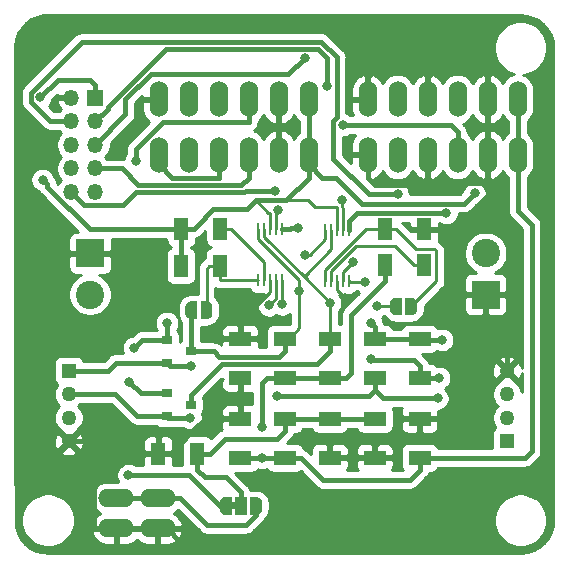
<source format=gbr>
G04 #@! TF.GenerationSoftware,KiCad,Pcbnew,(5.1.5-0-10_14)*
G04 #@! TF.CreationDate,2020-07-06T12:55:30+02:00*
G04 #@! TF.ProjectId,smartcitizen-adc-8ch,736d6172-7463-4697-9469-7a656e2d6164,rev?*
G04 #@! TF.SameCoordinates,Original*
G04 #@! TF.FileFunction,Copper,L1,Top*
G04 #@! TF.FilePolarity,Positive*
%FSLAX46Y46*%
G04 Gerber Fmt 4.6, Leading zero omitted, Abs format (unit mm)*
G04 Created by KiCad (PCBNEW (5.1.5-0-10_14)) date 2020-07-06 12:55:30*
%MOMM*%
%LPD*%
G04 APERTURE LIST*
%ADD10C,0.100000*%
%ADD11R,1.905000X1.270000*%
%ADD12R,1.270000X1.905000*%
%ADD13O,1.524000X3.048000*%
%ADD14O,3.048000X1.524000*%
%ADD15R,0.889000X0.787400*%
%ADD16C,1.270000*%
%ADD17R,1.270000X1.270000*%
%ADD18R,1.000000X1.500000*%
%ADD19R,0.250000X1.100000*%
%ADD20O,1.350000X1.350000*%
%ADD21R,1.350000X1.350000*%
%ADD22C,2.400000*%
%ADD23R,2.400000X2.400000*%
%ADD24C,0.800000*%
%ADD25C,0.400000*%
%ADD26C,0.250000*%
%ADD27C,0.254000*%
G04 APERTURE END LIST*
D10*
G36*
X146229500Y-115231900D02*
G01*
X146729500Y-115231900D01*
X146729500Y-115831900D01*
X146229500Y-115831900D01*
X146229500Y-115231900D01*
G37*
D11*
X147066000Y-108153200D03*
X147066000Y-111455200D03*
X162267900Y-108153200D03*
X162267900Y-111455200D03*
D12*
X140144500Y-111112300D03*
X143446500Y-111112300D03*
D11*
X158467425Y-111455200D03*
X158467425Y-108153200D03*
X154666950Y-111455200D03*
X154666950Y-108153200D03*
D13*
X152869900Y-85808820D03*
X150329900Y-85808820D03*
X147789900Y-85808820D03*
X145249900Y-85808820D03*
X142709900Y-85808820D03*
X140169900Y-85808820D03*
X170568620Y-85808820D03*
X168028620Y-85808820D03*
X165488620Y-85808820D03*
X162948620Y-85808820D03*
X160408620Y-85808820D03*
X157868620Y-85808820D03*
X152869900Y-81097120D03*
X150329900Y-81097120D03*
X147789900Y-81097120D03*
X145249900Y-81097120D03*
X142709900Y-81097120D03*
X140169900Y-81097120D03*
X170568620Y-81097120D03*
X168028620Y-81097120D03*
X165488620Y-81097120D03*
X162948620Y-81097120D03*
X160408620Y-81097120D03*
X157868620Y-81097120D03*
D14*
X136588500Y-114885099D03*
X136588500Y-117425099D03*
X140084200Y-114885099D03*
X140084200Y-117425099D03*
D12*
X162674300Y-92087700D03*
X159372300Y-92087700D03*
X162636200Y-95097600D03*
X159334200Y-95097600D03*
X142049500Y-95211900D03*
X145351500Y-95211900D03*
X145402300Y-92087700D03*
X142100300Y-92087700D03*
D11*
X154666950Y-101384100D03*
X154666950Y-104686100D03*
X158467425Y-104686100D03*
X158467425Y-101384100D03*
X150866475Y-101384100D03*
X150866475Y-104686100D03*
X162267900Y-104686100D03*
X162267900Y-101384100D03*
D15*
X140855700Y-106006900D03*
X140855700Y-107937300D03*
X142887700Y-106972100D03*
X140855700Y-101473000D03*
X140855700Y-103403400D03*
X142887700Y-102438200D03*
D16*
X132566000Y-110073440D03*
X132566000Y-108071920D03*
X132566000Y-106075480D03*
D17*
X132566000Y-104073960D03*
G04 #@! TA.AperFunction,SMDPad,CuDef*
D10*
G36*
X142923500Y-99707798D02*
G01*
X142898966Y-99707798D01*
X142850135Y-99702988D01*
X142802010Y-99693416D01*
X142755055Y-99679172D01*
X142709722Y-99660395D01*
X142666449Y-99637264D01*
X142625650Y-99610004D01*
X142587721Y-99578876D01*
X142553024Y-99544179D01*
X142521896Y-99506250D01*
X142494636Y-99465451D01*
X142471505Y-99422178D01*
X142452728Y-99376845D01*
X142438484Y-99329890D01*
X142428912Y-99281765D01*
X142424102Y-99232934D01*
X142424102Y-99208400D01*
X142423500Y-99208400D01*
X142423500Y-98708400D01*
X142424102Y-98708400D01*
X142424102Y-98683866D01*
X142428912Y-98635035D01*
X142438484Y-98586910D01*
X142452728Y-98539955D01*
X142471505Y-98494622D01*
X142494636Y-98451349D01*
X142521896Y-98410550D01*
X142553024Y-98372621D01*
X142587721Y-98337924D01*
X142625650Y-98306796D01*
X142666449Y-98279536D01*
X142709722Y-98256405D01*
X142755055Y-98237628D01*
X142802010Y-98223384D01*
X142850135Y-98213812D01*
X142898966Y-98209002D01*
X142923500Y-98209002D01*
X142923500Y-98208400D01*
X143423500Y-98208400D01*
X143423500Y-99708400D01*
X142923500Y-99708400D01*
X142923500Y-99707798D01*
G37*
G04 #@! TD.AperFunction*
G04 #@! TA.AperFunction,SMDPad,CuDef*
G36*
X143723500Y-98208400D02*
G01*
X144223500Y-98208400D01*
X144223500Y-98209002D01*
X144248034Y-98209002D01*
X144296865Y-98213812D01*
X144344990Y-98223384D01*
X144391945Y-98237628D01*
X144437278Y-98256405D01*
X144480551Y-98279536D01*
X144521350Y-98306796D01*
X144559279Y-98337924D01*
X144593976Y-98372621D01*
X144625104Y-98410550D01*
X144652364Y-98451349D01*
X144675495Y-98494622D01*
X144694272Y-98539955D01*
X144708516Y-98586910D01*
X144718088Y-98635035D01*
X144722898Y-98683866D01*
X144722898Y-98708400D01*
X144723500Y-98708400D01*
X144723500Y-99208400D01*
X144722898Y-99208400D01*
X144722898Y-99232934D01*
X144718088Y-99281765D01*
X144708516Y-99329890D01*
X144694272Y-99376845D01*
X144675495Y-99422178D01*
X144652364Y-99465451D01*
X144625104Y-99506250D01*
X144593976Y-99544179D01*
X144559279Y-99578876D01*
X144521350Y-99610004D01*
X144480551Y-99637264D01*
X144437278Y-99660395D01*
X144391945Y-99679172D01*
X144344990Y-99693416D01*
X144296865Y-99702988D01*
X144248034Y-99707798D01*
X144223500Y-99707798D01*
X144223500Y-99708400D01*
X143723500Y-99708400D01*
X143723500Y-98208400D01*
G37*
G04 #@! TD.AperFunction*
G04 #@! TA.AperFunction,SMDPad,CuDef*
G36*
X160259000Y-99390298D02*
G01*
X160234466Y-99390298D01*
X160185635Y-99385488D01*
X160137510Y-99375916D01*
X160090555Y-99361672D01*
X160045222Y-99342895D01*
X160001949Y-99319764D01*
X159961150Y-99292504D01*
X159923221Y-99261376D01*
X159888524Y-99226679D01*
X159857396Y-99188750D01*
X159830136Y-99147951D01*
X159807005Y-99104678D01*
X159788228Y-99059345D01*
X159773984Y-99012390D01*
X159764412Y-98964265D01*
X159759602Y-98915434D01*
X159759602Y-98890900D01*
X159759000Y-98890900D01*
X159759000Y-98390900D01*
X159759602Y-98390900D01*
X159759602Y-98366366D01*
X159764412Y-98317535D01*
X159773984Y-98269410D01*
X159788228Y-98222455D01*
X159807005Y-98177122D01*
X159830136Y-98133849D01*
X159857396Y-98093050D01*
X159888524Y-98055121D01*
X159923221Y-98020424D01*
X159961150Y-97989296D01*
X160001949Y-97962036D01*
X160045222Y-97938905D01*
X160090555Y-97920128D01*
X160137510Y-97905884D01*
X160185635Y-97896312D01*
X160234466Y-97891502D01*
X160259000Y-97891502D01*
X160259000Y-97890900D01*
X160759000Y-97890900D01*
X160759000Y-99390900D01*
X160259000Y-99390900D01*
X160259000Y-99390298D01*
G37*
G04 #@! TD.AperFunction*
G04 #@! TA.AperFunction,SMDPad,CuDef*
G36*
X161059000Y-97890900D02*
G01*
X161559000Y-97890900D01*
X161559000Y-97891502D01*
X161583534Y-97891502D01*
X161632365Y-97896312D01*
X161680490Y-97905884D01*
X161727445Y-97920128D01*
X161772778Y-97938905D01*
X161816051Y-97962036D01*
X161856850Y-97989296D01*
X161894779Y-98020424D01*
X161929476Y-98055121D01*
X161960604Y-98093050D01*
X161987864Y-98133849D01*
X162010995Y-98177122D01*
X162029772Y-98222455D01*
X162044016Y-98269410D01*
X162053588Y-98317535D01*
X162058398Y-98366366D01*
X162058398Y-98390900D01*
X162059000Y-98390900D01*
X162059000Y-98890900D01*
X162058398Y-98890900D01*
X162058398Y-98915434D01*
X162053588Y-98964265D01*
X162044016Y-99012390D01*
X162029772Y-99059345D01*
X162010995Y-99104678D01*
X161987864Y-99147951D01*
X161960604Y-99188750D01*
X161929476Y-99226679D01*
X161894779Y-99261376D01*
X161856850Y-99292504D01*
X161816051Y-99319764D01*
X161772778Y-99342895D01*
X161727445Y-99361672D01*
X161680490Y-99375916D01*
X161632365Y-99385488D01*
X161583534Y-99390298D01*
X161559000Y-99390298D01*
X161559000Y-99390900D01*
X161059000Y-99390900D01*
X161059000Y-97890900D01*
G37*
G04 #@! TD.AperFunction*
G04 #@! TA.AperFunction,SMDPad,CuDef*
G36*
X146379500Y-116281900D02*
G01*
X145829500Y-116281900D01*
X145829500Y-116281298D01*
X145804966Y-116281298D01*
X145756135Y-116276488D01*
X145708010Y-116266916D01*
X145661055Y-116252672D01*
X145615722Y-116233895D01*
X145572449Y-116210764D01*
X145531650Y-116183504D01*
X145493721Y-116152376D01*
X145459024Y-116117679D01*
X145427896Y-116079750D01*
X145400636Y-116038951D01*
X145377505Y-115995678D01*
X145358728Y-115950345D01*
X145344484Y-115903390D01*
X145334912Y-115855265D01*
X145330102Y-115806434D01*
X145330102Y-115781900D01*
X145329500Y-115781900D01*
X145329500Y-115281900D01*
X145330102Y-115281900D01*
X145330102Y-115257366D01*
X145334912Y-115208535D01*
X145344484Y-115160410D01*
X145358728Y-115113455D01*
X145377505Y-115068122D01*
X145400636Y-115024849D01*
X145427896Y-114984050D01*
X145459024Y-114946121D01*
X145493721Y-114911424D01*
X145531650Y-114880296D01*
X145572449Y-114853036D01*
X145615722Y-114829905D01*
X145661055Y-114811128D01*
X145708010Y-114796884D01*
X145756135Y-114787312D01*
X145804966Y-114782502D01*
X145829500Y-114782502D01*
X145829500Y-114781900D01*
X146379500Y-114781900D01*
X146379500Y-116281900D01*
G37*
G04 #@! TD.AperFunction*
D18*
X147129500Y-115531900D03*
G04 #@! TA.AperFunction,SMDPad,CuDef*
D10*
G36*
X148429500Y-114782502D02*
G01*
X148454034Y-114782502D01*
X148502865Y-114787312D01*
X148550990Y-114796884D01*
X148597945Y-114811128D01*
X148643278Y-114829905D01*
X148686551Y-114853036D01*
X148727350Y-114880296D01*
X148765279Y-114911424D01*
X148799976Y-114946121D01*
X148831104Y-114984050D01*
X148858364Y-115024849D01*
X148881495Y-115068122D01*
X148900272Y-115113455D01*
X148914516Y-115160410D01*
X148924088Y-115208535D01*
X148928898Y-115257366D01*
X148928898Y-115281900D01*
X148929500Y-115281900D01*
X148929500Y-115781900D01*
X148928898Y-115781900D01*
X148928898Y-115806434D01*
X148924088Y-115855265D01*
X148914516Y-115903390D01*
X148900272Y-115950345D01*
X148881495Y-115995678D01*
X148858364Y-116038951D01*
X148831104Y-116079750D01*
X148799976Y-116117679D01*
X148765279Y-116152376D01*
X148727350Y-116183504D01*
X148686551Y-116210764D01*
X148643278Y-116233895D01*
X148597945Y-116252672D01*
X148550990Y-116266916D01*
X148502865Y-116276488D01*
X148454034Y-116281298D01*
X148429500Y-116281298D01*
X148429500Y-116281900D01*
X147879500Y-116281900D01*
X147879500Y-114781900D01*
X148429500Y-114781900D01*
X148429500Y-114782502D01*
G37*
G04 #@! TD.AperFunction*
D19*
X148606000Y-92122100D03*
X149106000Y-92122100D03*
X149606000Y-92122100D03*
X150106000Y-92122100D03*
X150606000Y-92122100D03*
X150606000Y-96422100D03*
X150106000Y-96422100D03*
X149606000Y-96422100D03*
X149106000Y-96422100D03*
X148606000Y-96422100D03*
X154270200Y-92160200D03*
X154770200Y-92160200D03*
X155270200Y-92160200D03*
X155770200Y-92160200D03*
X156270200Y-92160200D03*
X156270200Y-96460200D03*
X155770200Y-96460200D03*
X155270200Y-96460200D03*
X154770200Y-96460200D03*
X154270200Y-96460200D03*
D20*
X132787640Y-88959960D03*
X134787640Y-88959960D03*
X132787640Y-86959960D03*
X134787640Y-86959960D03*
X132787640Y-84959960D03*
X134787640Y-84959960D03*
X132787640Y-82959960D03*
X134787640Y-82959960D03*
X132787640Y-80959960D03*
D21*
X134787640Y-80959960D03*
D22*
X167859300Y-94137600D03*
D23*
X167859300Y-97637600D03*
D22*
X134366000Y-97637600D03*
D23*
X134366000Y-94137600D03*
D16*
X169659300Y-104073960D03*
X169659300Y-106075480D03*
X169659300Y-108071920D03*
D17*
X169659300Y-110073440D03*
D11*
X147066000Y-101384100D03*
X147066000Y-104686100D03*
X150866475Y-108153200D03*
X150866475Y-111455200D03*
D24*
X155930600Y-97906840D03*
X165044120Y-113009680D03*
X161772600Y-109816900D03*
X148889720Y-108884720D03*
X148920200Y-111455200D03*
X130154680Y-80929480D03*
X130347720Y-87914480D03*
X166918640Y-89067640D03*
X164172900Y-101473000D03*
X138087100Y-102146100D03*
X137680700Y-105016300D03*
X137617200Y-112915700D03*
X158158765Y-100040440D03*
X140858240Y-100035360D03*
X163918900Y-104686100D03*
X158115000Y-103098600D03*
X142862300Y-108077000D03*
X163791900Y-106426000D03*
X142938500Y-103695500D03*
X150230840Y-106217720D03*
X149533183Y-98545223D03*
X150634935Y-98468242D03*
X152551429Y-77645360D03*
X164531040Y-90736121D03*
X155695168Y-89662952D03*
X156657040Y-94843600D03*
X154437080Y-80004920D03*
X155757880Y-83286600D03*
X157678120Y-96596200D03*
X160408620Y-89136120D03*
X151947880Y-92034360D03*
X138226800Y-86324440D03*
X150301274Y-90493927D03*
X150007320Y-88842900D03*
X158661100Y-98640900D03*
X154666950Y-98346640D03*
X152539700Y-94259400D03*
X152068975Y-97331975D03*
D25*
X137528300Y-111112300D02*
X140144500Y-111112300D01*
X136489440Y-110073440D02*
X137528300Y-111112300D01*
X158467425Y-111455200D02*
X154666950Y-111455200D01*
X158467425Y-110420200D02*
X159070725Y-109816900D01*
X158467425Y-111455200D02*
X158467425Y-110420200D01*
X159070725Y-109816900D02*
X161772600Y-109816900D01*
X162267900Y-109321600D02*
X162267900Y-108153200D01*
X161772600Y-109816900D02*
X162267900Y-109321600D01*
X165580060Y-108153200D02*
X162267900Y-108153200D01*
X169659300Y-104073960D02*
X165580060Y-108153200D01*
X147066000Y-108153200D02*
X147066000Y-104686100D01*
X141179500Y-111112300D02*
X140144500Y-111112300D01*
X141782800Y-110468498D02*
X141782800Y-110509000D01*
X141782800Y-110509000D02*
X141179500Y-111112300D01*
X147066000Y-108153200D02*
X144098098Y-108153200D01*
X169659300Y-104073960D02*
X169659300Y-102895400D01*
X167859300Y-101095400D02*
X167859300Y-97637600D01*
X169659300Y-102895400D02*
X167859300Y-101095400D01*
X163709300Y-92087700D02*
X162674300Y-92087700D01*
X163709300Y-92087700D02*
X165112700Y-93491100D01*
X166259300Y-97637600D02*
X167859300Y-97637600D01*
X165112700Y-96491000D02*
X166259300Y-97637600D01*
X165112700Y-93491100D02*
X165112700Y-96491000D01*
D26*
X149606000Y-96422100D02*
X149606000Y-97447100D01*
X147066000Y-99987100D02*
X147066000Y-101384100D01*
X149606000Y-97447100D02*
X147066000Y-99987100D01*
D25*
X143017240Y-109194600D02*
X141782800Y-110468498D01*
D26*
X155270200Y-97246440D02*
X155930600Y-97906840D01*
X155270200Y-96460200D02*
X155270200Y-97246440D01*
D25*
X162674300Y-92087700D02*
X162674300Y-91498420D01*
X168028620Y-89187020D02*
X168028620Y-85808820D01*
X144098098Y-108153200D02*
X143017240Y-109194600D01*
X132566000Y-110073440D02*
X130845560Y-108353000D01*
X132766000Y-94137600D02*
X134366000Y-94137600D01*
X130845560Y-96058040D02*
X132766000Y-94137600D01*
X130845560Y-108353000D02*
X130845560Y-96058040D01*
X165127940Y-92087700D02*
X168028620Y-89187020D01*
X162674300Y-92087700D02*
X165127940Y-92087700D01*
X145249900Y-87732820D02*
X145249900Y-85808820D01*
X145249890Y-87732830D02*
X145249900Y-87732820D01*
X141331910Y-87732830D02*
X145249890Y-87732830D01*
X140169900Y-86570820D02*
X141331910Y-87732830D01*
X140169900Y-85808820D02*
X140169900Y-86570820D01*
X157868620Y-87732820D02*
X158471920Y-88336120D01*
X157868620Y-85808820D02*
X157868620Y-87732820D01*
X162948620Y-87732820D02*
X162948620Y-85808820D01*
X162345320Y-88336120D02*
X162948620Y-87732820D01*
X158471920Y-88336120D02*
X162345320Y-88336120D01*
X162948620Y-87732820D02*
X163404600Y-88188800D01*
X168028620Y-87732820D02*
X168028620Y-85808820D01*
X167572640Y-88188800D02*
X168028620Y-87732820D01*
X163404600Y-88188800D02*
X167572640Y-88188800D01*
X157868620Y-81097120D02*
X157868620Y-79239160D01*
X157868620Y-79239160D02*
X157868630Y-79239150D01*
X150329900Y-81097120D02*
X150329900Y-85808820D01*
X142008200Y-118587099D02*
X159466701Y-118587099D01*
X140846200Y-117425099D02*
X142008200Y-118587099D01*
X140084200Y-117425099D02*
X140846200Y-117425099D01*
X140084200Y-117425099D02*
X136588500Y-117425099D01*
X134664490Y-110267710D02*
X134853680Y-110078520D01*
X134664490Y-117425089D02*
X134664490Y-110267710D01*
X136588500Y-117425099D02*
X134664500Y-117425099D01*
X134853680Y-110078520D02*
X136489440Y-110073440D01*
X134664500Y-117425099D02*
X134664490Y-117425089D01*
X132566000Y-110073440D02*
X134853680Y-110078520D01*
X162948620Y-79239160D02*
X162948620Y-81163160D01*
X163447780Y-78740000D02*
X162948620Y-79239160D01*
X158367780Y-78740000D02*
X163447780Y-78740000D01*
X157868620Y-79239160D02*
X158367780Y-78740000D01*
X168028620Y-85874860D02*
X168028620Y-79128620D01*
X168028620Y-79128620D02*
X167640000Y-78740000D01*
X167640000Y-78740000D02*
X163447780Y-78740000D01*
X159466701Y-118587099D02*
X165044120Y-113009680D01*
X154666950Y-104686100D02*
X150866475Y-104686100D01*
X170568620Y-85874860D02*
X170568620Y-81163160D01*
D26*
X149606000Y-90699400D02*
X149606000Y-92122100D01*
D25*
X148399500Y-89642900D02*
X147631100Y-90411300D01*
X144771198Y-90411300D02*
X144106900Y-91075598D01*
X147631100Y-90411300D02*
X144771198Y-90411300D01*
X143135300Y-92087700D02*
X142100300Y-92087700D01*
X144106900Y-91116100D02*
X143135300Y-92087700D01*
X144106900Y-91075598D02*
X144106900Y-91116100D01*
D26*
X155270200Y-92160200D02*
X155261200Y-92160200D01*
X148399500Y-89642900D02*
X152825400Y-89642900D01*
X152825400Y-89642900D02*
X153403300Y-90220800D01*
X153403300Y-90220800D02*
X155232100Y-90220800D01*
X155270200Y-92160200D02*
X155270200Y-92062300D01*
D25*
X142049500Y-95211900D02*
X142100300Y-92087700D01*
X159334200Y-96450100D02*
X156451300Y-99333000D01*
X159334200Y-95097600D02*
X159334200Y-96450100D01*
X156019450Y-104686100D02*
X154666950Y-104686100D01*
X156451300Y-104254250D02*
X156019450Y-104686100D01*
X156451300Y-99333000D02*
X156451300Y-104254250D01*
X148399500Y-89642900D02*
X148404580Y-89637820D01*
D26*
X155270200Y-91360200D02*
X155270200Y-92160200D01*
X155232100Y-91322100D02*
X155270200Y-91360200D01*
X155232100Y-90220800D02*
X155232100Y-91322100D01*
D25*
X161413140Y-113344960D02*
X162267900Y-112490200D01*
X154108735Y-113344960D02*
X161413140Y-113344960D01*
X162267900Y-112490200D02*
X162267900Y-111455200D01*
X152218975Y-111455200D02*
X154108735Y-113344960D01*
X150866475Y-111455200D02*
X152218975Y-111455200D01*
X149303740Y-104686100D02*
X148899880Y-105089960D01*
X150866475Y-104686100D02*
X149303740Y-104686100D01*
X148899880Y-108874560D02*
X148889720Y-108884720D01*
X148899880Y-105089960D02*
X148899880Y-108874560D01*
X148920200Y-111455200D02*
X150866475Y-111455200D01*
X147066000Y-111455200D02*
X148920200Y-111455200D01*
X171744640Y-91710560D02*
X171744640Y-110916720D01*
X171206160Y-111455200D02*
X162267900Y-111455200D01*
X171744640Y-110916720D02*
X171206160Y-111455200D01*
X170568620Y-90534540D02*
X170568620Y-85808820D01*
X171744640Y-91710560D02*
X170568620Y-90534540D01*
X152869900Y-87732820D02*
X152869900Y-85808820D01*
X150959820Y-89642900D02*
X152869900Y-87732820D01*
X148399500Y-89642900D02*
X150959820Y-89642900D01*
D26*
X149456000Y-90699400D02*
X148399500Y-89642900D01*
X149606000Y-90699400D02*
X149456000Y-90699400D01*
D25*
X152869900Y-85808820D02*
X152869900Y-81097120D01*
X134787640Y-80959960D02*
X134787639Y-79884959D01*
X134324378Y-92087700D02*
X141065300Y-92087700D01*
X130747719Y-88511041D02*
X134324378Y-92087700D01*
X130747719Y-88314479D02*
X130747719Y-88511041D01*
X141065300Y-92087700D02*
X142100300Y-92087700D01*
X130347720Y-87914480D02*
X130747719Y-88314479D01*
X154031900Y-87732820D02*
X155179980Y-87732820D01*
X152869900Y-86570820D02*
X154031900Y-87732820D01*
X152869900Y-85808820D02*
X152869900Y-86570820D01*
X166050159Y-89936121D02*
X166918640Y-89067640D01*
X157383281Y-89936121D02*
X166050159Y-89936121D01*
X155179980Y-87732820D02*
X157383281Y-89936121D01*
X131622800Y-79461360D02*
X130154680Y-80929480D01*
X134787640Y-79884960D02*
X134787640Y-80959960D01*
X134364040Y-79461360D02*
X134787640Y-79884960D01*
X131622800Y-79461360D02*
X134364040Y-79461360D01*
X143446500Y-112464800D02*
X144100600Y-113118900D01*
X143446500Y-111112300D02*
X143446500Y-112464800D01*
X147129500Y-114381900D02*
X147129500Y-115531900D01*
X145866500Y-113118900D02*
X147129500Y-114381900D01*
X144100600Y-113118900D02*
X145866500Y-113118900D01*
X150866475Y-108153200D02*
X158467425Y-108153200D01*
X144481500Y-111112300D02*
X145751500Y-109842300D01*
X143446500Y-111112300D02*
X144481500Y-111112300D01*
X150212375Y-109842300D02*
X150866475Y-109188200D01*
X150866475Y-109188200D02*
X150866475Y-108153200D01*
X145751500Y-109842300D02*
X150212375Y-109842300D01*
X162267900Y-101384100D02*
X158467425Y-101384100D01*
X162356800Y-101473000D02*
X162267900Y-101384100D01*
X164172900Y-101473000D02*
X162356800Y-101473000D01*
X140855700Y-101473000D02*
X138760200Y-101473000D01*
X138760200Y-101473000D02*
X138087100Y-102146100D01*
X140855700Y-106006900D02*
X138671300Y-106006900D01*
X138671300Y-106006900D02*
X137680700Y-105016300D01*
X145329500Y-115531900D02*
X142713300Y-112915700D01*
X145829500Y-115531900D02*
X145329500Y-115531900D01*
X142713300Y-112915700D02*
X137617200Y-112915700D01*
X158467425Y-100349100D02*
X158158765Y-100040440D01*
X158467425Y-101384100D02*
X158467425Y-100349100D01*
X140858240Y-101470460D02*
X140855700Y-101473000D01*
X140858240Y-100035360D02*
X140858240Y-101470460D01*
X132566000Y-106075480D02*
X136504680Y-106075480D01*
X138366500Y-107937300D02*
X140855700Y-107937300D01*
X136504680Y-106075480D02*
X138366500Y-107937300D01*
X162267900Y-104686100D02*
X163918900Y-104686100D01*
X162267900Y-103651100D02*
X161753500Y-103136700D01*
X162267900Y-104686100D02*
X162267900Y-103651100D01*
X158153100Y-103136700D02*
X158115000Y-103098600D01*
X161753500Y-103136700D02*
X158153100Y-103136700D01*
X140995400Y-108077000D02*
X140855700Y-107937300D01*
X142862300Y-108077000D02*
X140995400Y-108077000D01*
X132566000Y-104073960D02*
X135879840Y-104073960D01*
X136550400Y-103403400D02*
X140855700Y-103403400D01*
X135879840Y-104073960D02*
X136550400Y-103403400D01*
X158467425Y-105721100D02*
X158467425Y-104686100D01*
X159172325Y-106426000D02*
X158467425Y-105721100D01*
X163791900Y-106426000D02*
X159172325Y-106426000D01*
X141147800Y-103695500D02*
X140855700Y-103403400D01*
X142938500Y-103695500D02*
X141147800Y-103695500D01*
X150230840Y-106217720D02*
X157965725Y-106222800D01*
X157965725Y-106222800D02*
X158467425Y-105721100D01*
X142008200Y-114885099D02*
X144251680Y-117128579D01*
X140084200Y-114885099D02*
X142008200Y-114885099D01*
X147580413Y-117128579D02*
X148429500Y-116279492D01*
X148429500Y-116279492D02*
X148429500Y-115531900D01*
X144251680Y-117128579D02*
X147580413Y-117128579D01*
X136652899Y-114885099D02*
X136588500Y-114820700D01*
X140084200Y-114885099D02*
X136652899Y-114885099D01*
D26*
X150106000Y-96422100D02*
X150106000Y-97972406D01*
X150106000Y-97972406D02*
X149533183Y-98545223D01*
D25*
X147789900Y-87732820D02*
X147140880Y-88381840D01*
X147789900Y-85808820D02*
X147789900Y-87732820D01*
X147140880Y-88381840D02*
X138460480Y-88381840D01*
X137038600Y-86959960D02*
X134787640Y-86959960D01*
X138460480Y-88381840D02*
X137038600Y-86959960D01*
D26*
X150631010Y-97898632D02*
X150631010Y-96422100D01*
X150634935Y-98468242D02*
X150634935Y-97902557D01*
D25*
X156295210Y-91378670D02*
X156295210Y-92160200D01*
X156938681Y-90735199D02*
X156295210Y-91378670D01*
X163964433Y-90735199D02*
X156938681Y-90735199D01*
X163965355Y-90736121D02*
X163964433Y-90735199D01*
X164531040Y-90736121D02*
X163965355Y-90736121D01*
X137358120Y-82389480D02*
X134787640Y-84959960D01*
X137358120Y-81097120D02*
X137358120Y-82389480D01*
X139537440Y-78922880D02*
X137358120Y-81097120D01*
X150809960Y-78927960D02*
X139537440Y-78922880D01*
X151094440Y-78927960D02*
X150809960Y-78927960D01*
X152551429Y-77645360D02*
X151094440Y-78927960D01*
D26*
X155770200Y-91533600D02*
X155770200Y-92160200D01*
X155770200Y-91360200D02*
X155770200Y-92160200D01*
X155770200Y-90303669D02*
X155770200Y-91360200D01*
X155695168Y-90228637D02*
X155770200Y-90303669D01*
X155695168Y-89662952D02*
X155695168Y-90228637D01*
X155770200Y-95730440D02*
X156657040Y-94843600D01*
X155770200Y-96460200D02*
X155770200Y-95730440D01*
D25*
X135862641Y-81743712D02*
X140760994Y-76845359D01*
X140760994Y-76845359D02*
X153675279Y-76845359D01*
X135862641Y-81884959D02*
X135862641Y-81743712D01*
X134787640Y-82959960D02*
X135862641Y-81884959D01*
X154437080Y-77607160D02*
X154437080Y-80004920D01*
X153675279Y-76845359D02*
X154437080Y-77607160D01*
X165488620Y-83884820D02*
X165488620Y-85808820D01*
X164890400Y-83286600D02*
X165488620Y-83884820D01*
X155757880Y-83286600D02*
X164890400Y-83286600D01*
D26*
X157678120Y-96596200D02*
X156406200Y-96596200D01*
X156406200Y-96596200D02*
X156270200Y-96460200D01*
D25*
X132787640Y-82959960D02*
X131001158Y-82959960D01*
X154957879Y-82902599D02*
X154957879Y-86149279D01*
X155237081Y-77558619D02*
X155237081Y-82623397D01*
X155237081Y-82623397D02*
X154957879Y-82902599D01*
X153923812Y-76245350D02*
X155237081Y-77558619D01*
X153604331Y-76245349D02*
X153923812Y-76245350D01*
X157944720Y-89136120D02*
X160408620Y-89136120D01*
X154957879Y-86149279D02*
X157944720Y-89136120D01*
X129354679Y-80545479D02*
X133654808Y-76245350D01*
X129354679Y-81313481D02*
X129354679Y-80545479D01*
X133654808Y-76245350D02*
X153923812Y-76245350D01*
X131001158Y-82959960D02*
X129354679Y-81313481D01*
X151294455Y-92122100D02*
X150631010Y-92122100D01*
X151382195Y-92034360D02*
X151294455Y-92122100D01*
X151947880Y-92034360D02*
X151382195Y-92034360D01*
X138226800Y-85758755D02*
X138226800Y-86324440D01*
X138226800Y-85346590D02*
X138226800Y-85758755D01*
X140552260Y-83021130D02*
X138226800Y-85346590D01*
X147789890Y-83021130D02*
X140552260Y-83021130D01*
X147789900Y-83021120D02*
X147789890Y-83021130D01*
X147789900Y-81097120D02*
X147789900Y-83021120D01*
D26*
X150106000Y-90689201D02*
X150301274Y-90493927D01*
X150106000Y-92122100D02*
X150106000Y-90689201D01*
D25*
X147528362Y-88842900D02*
X150007320Y-88842900D01*
X138211948Y-88981850D02*
X147389412Y-88981850D01*
X132787640Y-88959960D02*
X133862641Y-90034961D01*
X137158837Y-90034961D02*
X138211948Y-88981850D01*
X147389412Y-88981850D02*
X147528362Y-88842900D01*
X133862641Y-90034961D02*
X137158837Y-90034961D01*
D26*
X157706290Y-92087700D02*
X154270200Y-95523790D01*
X154270200Y-95660200D02*
X154270200Y-96460200D01*
X154270200Y-95523790D02*
X154270200Y-95660200D01*
X159372300Y-92087700D02*
X157706290Y-92087700D01*
X163531201Y-93820099D02*
X163677600Y-93966498D01*
X161989699Y-93820099D02*
X163531201Y-93820099D01*
X160257300Y-92087700D02*
X161989699Y-93820099D01*
X159372300Y-92087700D02*
X160257300Y-92087700D01*
X163677600Y-96522300D02*
X161559000Y-98640900D01*
X163677600Y-93966498D02*
X163677600Y-96522300D01*
X161751200Y-95097600D02*
X160214500Y-93560900D01*
X162636200Y-95097600D02*
X161751200Y-95097600D01*
X156869500Y-93560900D02*
X154770200Y-95660200D01*
X154770200Y-95660200D02*
X154770200Y-96460200D01*
X160214500Y-93560900D02*
X156869500Y-93560900D01*
X145351500Y-96414400D02*
X145351500Y-95211900D01*
X145359200Y-96422100D02*
X145351500Y-96414400D01*
X148606000Y-96422100D02*
X145359200Y-96422100D01*
X144466500Y-95211900D02*
X145351500Y-95211900D01*
X144223500Y-95454900D02*
X144466500Y-95211900D01*
X144223500Y-98958400D02*
X144223500Y-95454900D01*
X149106000Y-95622100D02*
X149106000Y-96422100D01*
X149106000Y-94906400D02*
X149106000Y-95622100D01*
X146287300Y-92087700D02*
X149106000Y-94906400D01*
X145402300Y-92087700D02*
X146287300Y-92087700D01*
D25*
X154666950Y-102419100D02*
X154666950Y-101384100D01*
X153552540Y-103533510D02*
X154666950Y-102419100D01*
X145532590Y-103533510D02*
X153552540Y-103533510D01*
X142887700Y-106178400D02*
X145532590Y-103533510D01*
X142887700Y-106972100D02*
X142887700Y-106178400D01*
D26*
X154666950Y-98346640D02*
X154666950Y-101384100D01*
X149106000Y-92122100D02*
X149106000Y-92785690D01*
X154770200Y-92160200D02*
X154770200Y-93818190D01*
X152565100Y-96023290D02*
X152565100Y-96177100D01*
X154770200Y-93818190D02*
X152565100Y-96023290D01*
X152565100Y-96177100D02*
X154666950Y-98346640D01*
X149106000Y-92785690D02*
X152565100Y-96177100D01*
X160259000Y-98640900D02*
X158661100Y-98640900D01*
D25*
X142887700Y-102438200D02*
X144818100Y-102438200D01*
X144818100Y-102438200D02*
X145313400Y-102933500D01*
X150866475Y-102419100D02*
X150866475Y-101384100D01*
X150352075Y-102933500D02*
X150866475Y-102419100D01*
X145313400Y-102933500D02*
X150352075Y-102933500D01*
D26*
X151183975Y-101384100D02*
X150866475Y-101384100D01*
X152068975Y-100499100D02*
X151183975Y-101384100D01*
X148606000Y-92922100D02*
X152068975Y-96385075D01*
X148606000Y-92122100D02*
X148606000Y-92922100D01*
X154270200Y-92960200D02*
X152971000Y-94259400D01*
X152971000Y-94259400D02*
X152539700Y-94259400D01*
X154270200Y-92160200D02*
X154270200Y-92960200D01*
X152068975Y-97331975D02*
X152068975Y-100499100D01*
X152068975Y-96385075D02*
X152068975Y-97331975D01*
D25*
X142887700Y-98994200D02*
X142923500Y-98958400D01*
X142887700Y-102438200D02*
X142887700Y-98994200D01*
D27*
G36*
X130990471Y-73941967D02*
G01*
X170748847Y-73982411D01*
X171322660Y-74031845D01*
X171840697Y-74181601D01*
X172319791Y-74429132D01*
X172741679Y-74765002D01*
X173090296Y-75176421D01*
X173352360Y-75647717D01*
X173517892Y-76160941D01*
X173583999Y-76725703D01*
X173584001Y-116675688D01*
X173583999Y-116675708D01*
X173583999Y-116679750D01*
X173534596Y-117253216D01*
X173384839Y-117771257D01*
X173137307Y-118250354D01*
X172801438Y-118672239D01*
X172390019Y-119020855D01*
X171918721Y-119282920D01*
X171405500Y-119448452D01*
X170840737Y-119514559D01*
X130886810Y-119514559D01*
X130313344Y-119465156D01*
X129795303Y-119315399D01*
X129316206Y-119067867D01*
X128894321Y-118731998D01*
X128545705Y-118320579D01*
X128283640Y-117849281D01*
X128118108Y-117336060D01*
X128051983Y-116771145D01*
X128051736Y-116525081D01*
X128548979Y-116525081D01*
X128548979Y-116972039D01*
X128636176Y-117410409D01*
X128807220Y-117823345D01*
X129055536Y-118194977D01*
X129371583Y-118511024D01*
X129743215Y-118759340D01*
X130156151Y-118930384D01*
X130594521Y-119017581D01*
X131041479Y-119017581D01*
X131479849Y-118930384D01*
X131892785Y-118759340D01*
X132264417Y-118511024D01*
X132580464Y-118194977D01*
X132828780Y-117823345D01*
X132851634Y-117768169D01*
X134472280Y-117768169D01*
X134487238Y-117842375D01*
X134594378Y-118095634D01*
X134748868Y-118323125D01*
X134944771Y-118516105D01*
X135174558Y-118667158D01*
X135429399Y-118770480D01*
X135699500Y-118822099D01*
X136461500Y-118822099D01*
X136461500Y-117552099D01*
X136715500Y-117552099D01*
X136715500Y-118822099D01*
X137477500Y-118822099D01*
X137747601Y-118770480D01*
X138002442Y-118667158D01*
X138232229Y-118516105D01*
X138336350Y-118413538D01*
X138440471Y-118516105D01*
X138670258Y-118667158D01*
X138925099Y-118770480D01*
X139195200Y-118822099D01*
X139957200Y-118822099D01*
X139957200Y-117552099D01*
X140211200Y-117552099D01*
X140211200Y-118822099D01*
X140973200Y-118822099D01*
X141243301Y-118770480D01*
X141498142Y-118667158D01*
X141727929Y-118516105D01*
X141923832Y-118323125D01*
X142078322Y-118095634D01*
X142185462Y-117842375D01*
X142200420Y-117768169D01*
X142077920Y-117552099D01*
X140211200Y-117552099D01*
X139957200Y-117552099D01*
X136715500Y-117552099D01*
X136461500Y-117552099D01*
X134594780Y-117552099D01*
X134472280Y-117768169D01*
X132851634Y-117768169D01*
X132999824Y-117410409D01*
X133087021Y-116972039D01*
X133087021Y-116525081D01*
X132999824Y-116086711D01*
X132828780Y-115673775D01*
X132580464Y-115302143D01*
X132264417Y-114986096D01*
X131892785Y-114737780D01*
X131479849Y-114566736D01*
X131041479Y-114479539D01*
X130594521Y-114479539D01*
X130156151Y-114566736D01*
X129743215Y-114737780D01*
X129371583Y-114986096D01*
X129055536Y-115302143D01*
X128807220Y-115673775D01*
X128636176Y-116086711D01*
X128548979Y-116525081D01*
X128051736Y-116525081D01*
X128046133Y-110948240D01*
X131870805Y-110948240D01*
X131922369Y-111175386D01*
X132149716Y-111279779D01*
X132393059Y-111337813D01*
X132643049Y-111347258D01*
X132890078Y-111307750D01*
X133124653Y-111220809D01*
X133209631Y-111175386D01*
X133261195Y-110948240D01*
X132566000Y-110253045D01*
X131870805Y-110948240D01*
X128046133Y-110948240D01*
X128045331Y-110150489D01*
X131292182Y-110150489D01*
X131331690Y-110397518D01*
X131418631Y-110632093D01*
X131464054Y-110717071D01*
X131691200Y-110768635D01*
X132386395Y-110073440D01*
X132745605Y-110073440D01*
X133440800Y-110768635D01*
X133667946Y-110717071D01*
X133772339Y-110489724D01*
X133830373Y-110246381D01*
X133833644Y-110159800D01*
X138871428Y-110159800D01*
X138874500Y-110826550D01*
X139033250Y-110985300D01*
X140017500Y-110985300D01*
X140017500Y-109683550D01*
X140271500Y-109683550D01*
X140271500Y-110985300D01*
X141255750Y-110985300D01*
X141414500Y-110826550D01*
X141417572Y-110159800D01*
X141405312Y-110035318D01*
X141369002Y-109915620D01*
X141310037Y-109805306D01*
X141230685Y-109708615D01*
X141133994Y-109629263D01*
X141023680Y-109570298D01*
X140903982Y-109533988D01*
X140779500Y-109521728D01*
X140430250Y-109524800D01*
X140271500Y-109683550D01*
X140017500Y-109683550D01*
X139858750Y-109524800D01*
X139509500Y-109521728D01*
X139385018Y-109533988D01*
X139265320Y-109570298D01*
X139155006Y-109629263D01*
X139058315Y-109708615D01*
X138978963Y-109805306D01*
X138919998Y-109915620D01*
X138883688Y-110035318D01*
X138871428Y-110159800D01*
X133833644Y-110159800D01*
X133839818Y-109996391D01*
X133800310Y-109749362D01*
X133713369Y-109514787D01*
X133667946Y-109429809D01*
X133440800Y-109378245D01*
X132745605Y-110073440D01*
X132386395Y-110073440D01*
X131691200Y-109378245D01*
X131464054Y-109429809D01*
X131359661Y-109657156D01*
X131301627Y-109900499D01*
X131292182Y-110150489D01*
X128045331Y-110150489D01*
X128030448Y-95337600D01*
X132527928Y-95337600D01*
X132540188Y-95462082D01*
X132576498Y-95581780D01*
X132635463Y-95692094D01*
X132714815Y-95788785D01*
X132811506Y-95868137D01*
X132921820Y-95927102D01*
X133041518Y-95963412D01*
X133166000Y-95975672D01*
X133586574Y-95974259D01*
X133496801Y-96011444D01*
X133196256Y-96212262D01*
X132940662Y-96467856D01*
X132739844Y-96768401D01*
X132601518Y-97102350D01*
X132531000Y-97456868D01*
X132531000Y-97818332D01*
X132601518Y-98172850D01*
X132739844Y-98506799D01*
X132940662Y-98807344D01*
X133196256Y-99062938D01*
X133496801Y-99263756D01*
X133830750Y-99402082D01*
X134185268Y-99472600D01*
X134546732Y-99472600D01*
X134901250Y-99402082D01*
X135235199Y-99263756D01*
X135535744Y-99062938D01*
X135791338Y-98807344D01*
X135992156Y-98506799D01*
X136130482Y-98172850D01*
X136201000Y-97818332D01*
X136201000Y-97456868D01*
X136130482Y-97102350D01*
X135992156Y-96768401D01*
X135791338Y-96467856D01*
X135535744Y-96212262D01*
X135235199Y-96011444D01*
X135145426Y-95974259D01*
X135566000Y-95975672D01*
X135690482Y-95963412D01*
X135810180Y-95927102D01*
X135920494Y-95868137D01*
X136017185Y-95788785D01*
X136096537Y-95692094D01*
X136155502Y-95581780D01*
X136191812Y-95462082D01*
X136204072Y-95337600D01*
X136201000Y-94423350D01*
X136042250Y-94264600D01*
X134493000Y-94264600D01*
X134493000Y-94284600D01*
X134239000Y-94284600D01*
X134239000Y-94264600D01*
X132689750Y-94264600D01*
X132531000Y-94423350D01*
X132527928Y-95337600D01*
X128030448Y-95337600D01*
X128015584Y-80545479D01*
X128515639Y-80545479D01*
X128519679Y-80586497D01*
X128519679Y-81272463D01*
X128515639Y-81313481D01*
X128526104Y-81419736D01*
X128531761Y-81477169D01*
X128579507Y-81634567D01*
X128657043Y-81779626D01*
X128761388Y-81906772D01*
X128793258Y-81932927D01*
X130381721Y-83521392D01*
X130407867Y-83553251D01*
X130439726Y-83579397D01*
X130439728Y-83579399D01*
X130535012Y-83657596D01*
X130680071Y-83735132D01*
X130837469Y-83782878D01*
X131001158Y-83799000D01*
X131042176Y-83794960D01*
X131770045Y-83794960D01*
X131770096Y-83795037D01*
X131935019Y-83959960D01*
X131770096Y-84124883D01*
X131626733Y-84339442D01*
X131527982Y-84577847D01*
X131477640Y-84830936D01*
X131477640Y-85088984D01*
X131527982Y-85342073D01*
X131626733Y-85580478D01*
X131770096Y-85795037D01*
X131935019Y-85959960D01*
X131770096Y-86124883D01*
X131626733Y-86339442D01*
X131527982Y-86577847D01*
X131477640Y-86830936D01*
X131477640Y-87088984D01*
X131527982Y-87342073D01*
X131626733Y-87580478D01*
X131770096Y-87795037D01*
X131935019Y-87959960D01*
X131770096Y-88124883D01*
X131678905Y-88261360D01*
X131570888Y-88153343D01*
X131570637Y-88150790D01*
X131522891Y-87993392D01*
X131498418Y-87947606D01*
X131445355Y-87848333D01*
X131372079Y-87759046D01*
X131342946Y-87612582D01*
X131264925Y-87424224D01*
X131151657Y-87254706D01*
X131007494Y-87110543D01*
X130837976Y-86997275D01*
X130649618Y-86919254D01*
X130449659Y-86879480D01*
X130245781Y-86879480D01*
X130045822Y-86919254D01*
X129857464Y-86997275D01*
X129687946Y-87110543D01*
X129543783Y-87254706D01*
X129430515Y-87424224D01*
X129352494Y-87612582D01*
X129312720Y-87812541D01*
X129312720Y-88016419D01*
X129352494Y-88216378D01*
X129430515Y-88404736D01*
X129543783Y-88574254D01*
X129687946Y-88718417D01*
X129857464Y-88831685D01*
X130004968Y-88892784D01*
X130050083Y-88977187D01*
X130154428Y-89104332D01*
X130186297Y-89130486D01*
X133355976Y-92300166D01*
X133166000Y-92299528D01*
X133041518Y-92311788D01*
X132921820Y-92348098D01*
X132811506Y-92407063D01*
X132714815Y-92486415D01*
X132635463Y-92583106D01*
X132576498Y-92693420D01*
X132540188Y-92813118D01*
X132527928Y-92937600D01*
X132531000Y-93851850D01*
X132689750Y-94010600D01*
X134239000Y-94010600D01*
X134239000Y-93990600D01*
X134493000Y-93990600D01*
X134493000Y-94010600D01*
X136042250Y-94010600D01*
X136201000Y-93851850D01*
X136204072Y-92937600D01*
X136202605Y-92922700D01*
X140827228Y-92922700D01*
X140827228Y-93040200D01*
X140839488Y-93164682D01*
X140875798Y-93284380D01*
X140934763Y-93394694D01*
X141014115Y-93491385D01*
X141110806Y-93570737D01*
X141221120Y-93629702D01*
X141240024Y-93635436D01*
X141239806Y-93648820D01*
X141170320Y-93669898D01*
X141060006Y-93728863D01*
X140963315Y-93808215D01*
X140883963Y-93904906D01*
X140824998Y-94015220D01*
X140788688Y-94134918D01*
X140776428Y-94259400D01*
X140776428Y-96164400D01*
X140788688Y-96288882D01*
X140824998Y-96408580D01*
X140883963Y-96518894D01*
X140963315Y-96615585D01*
X141060006Y-96694937D01*
X141170320Y-96753902D01*
X141290018Y-96790212D01*
X141414500Y-96802472D01*
X142684500Y-96802472D01*
X142808982Y-96790212D01*
X142928680Y-96753902D01*
X143038994Y-96694937D01*
X143135685Y-96615585D01*
X143215037Y-96518894D01*
X143274002Y-96408580D01*
X143310312Y-96288882D01*
X143322572Y-96164400D01*
X143322572Y-94259400D01*
X143310312Y-94134918D01*
X143274002Y-94015220D01*
X143215037Y-93904906D01*
X143135685Y-93808215D01*
X143038994Y-93728863D01*
X142928680Y-93669898D01*
X142909776Y-93664164D01*
X142909994Y-93650780D01*
X142979480Y-93629702D01*
X143089794Y-93570737D01*
X143186485Y-93491385D01*
X143265837Y-93394694D01*
X143324802Y-93284380D01*
X143361112Y-93164682D01*
X143373372Y-93040200D01*
X143373372Y-92888054D01*
X143456387Y-92862872D01*
X143601446Y-92785336D01*
X143728591Y-92680991D01*
X143754745Y-92649122D01*
X144129228Y-92274640D01*
X144129228Y-93040200D01*
X144141488Y-93164682D01*
X144177798Y-93284380D01*
X144236763Y-93394694D01*
X144316115Y-93491385D01*
X144412806Y-93570737D01*
X144523120Y-93629702D01*
X144563974Y-93642095D01*
X144472320Y-93669898D01*
X144362006Y-93728863D01*
X144265315Y-93808215D01*
X144185963Y-93904906D01*
X144126998Y-94015220D01*
X144090688Y-94134918D01*
X144078428Y-94259400D01*
X144078428Y-94557574D01*
X144042224Y-94576926D01*
X143926499Y-94671899D01*
X143902696Y-94700903D01*
X143712498Y-94891101D01*
X143683500Y-94914899D01*
X143659702Y-94943897D01*
X143659701Y-94943898D01*
X143588526Y-95030624D01*
X143517954Y-95162654D01*
X143490056Y-95254626D01*
X143474498Y-95305914D01*
X143469084Y-95360886D01*
X143459824Y-95454900D01*
X143463501Y-95492232D01*
X143463500Y-97574268D01*
X143423500Y-97570328D01*
X142923500Y-97570328D01*
X142899050Y-97572736D01*
X142874491Y-97572736D01*
X142750010Y-97584996D01*
X142653877Y-97604118D01*
X142534181Y-97640427D01*
X142443625Y-97677936D01*
X142333308Y-97736902D01*
X142251809Y-97791358D01*
X142155118Y-97870710D01*
X142085810Y-97940018D01*
X142006458Y-98036709D01*
X141952002Y-98118208D01*
X141893036Y-98228525D01*
X141855527Y-98319081D01*
X141819218Y-98438777D01*
X141800096Y-98534910D01*
X141787836Y-98659391D01*
X141787836Y-98683950D01*
X141785428Y-98708400D01*
X141785428Y-99208400D01*
X141787836Y-99232850D01*
X141787836Y-99257409D01*
X141800096Y-99381890D01*
X141819218Y-99478023D01*
X141855527Y-99597719D01*
X141893036Y-99688275D01*
X141952002Y-99798592D01*
X142006458Y-99880091D01*
X142052701Y-99936438D01*
X142052700Y-101543512D01*
X141992015Y-101593315D01*
X141938272Y-101658801D01*
X141938272Y-101079300D01*
X141926012Y-100954818D01*
X141889702Y-100835120D01*
X141830737Y-100724806D01*
X141751385Y-100628115D01*
X141722692Y-100604567D01*
X141775445Y-100525616D01*
X141853466Y-100337258D01*
X141893240Y-100137299D01*
X141893240Y-99933421D01*
X141853466Y-99733462D01*
X141775445Y-99545104D01*
X141662177Y-99375586D01*
X141518014Y-99231423D01*
X141348496Y-99118155D01*
X141160138Y-99040134D01*
X140960179Y-99000360D01*
X140756301Y-99000360D01*
X140556342Y-99040134D01*
X140367984Y-99118155D01*
X140198466Y-99231423D01*
X140054303Y-99375586D01*
X139941035Y-99545104D01*
X139863014Y-99733462D01*
X139823240Y-99933421D01*
X139823240Y-100137299D01*
X139863014Y-100337258D01*
X139941035Y-100525616D01*
X139991989Y-100601875D01*
X139960015Y-100628115D01*
X139951903Y-100638000D01*
X138801218Y-100638000D01*
X138760199Y-100633960D01*
X138719181Y-100638000D01*
X138596511Y-100650082D01*
X138439113Y-100697828D01*
X138294054Y-100775364D01*
X138166909Y-100879709D01*
X138140761Y-100911571D01*
X137930325Y-101122007D01*
X137785202Y-101150874D01*
X137596844Y-101228895D01*
X137427326Y-101342163D01*
X137283163Y-101486326D01*
X137169895Y-101655844D01*
X137091874Y-101844202D01*
X137052100Y-102044161D01*
X137052100Y-102248039D01*
X137091874Y-102447998D01*
X137141747Y-102568400D01*
X136591418Y-102568400D01*
X136550399Y-102564360D01*
X136509381Y-102568400D01*
X136386711Y-102580482D01*
X136229313Y-102628228D01*
X136084254Y-102705764D01*
X135957109Y-102810109D01*
X135930958Y-102841974D01*
X135533973Y-103238960D01*
X133803904Y-103238960D01*
X133790502Y-103194780D01*
X133731537Y-103084466D01*
X133652185Y-102987775D01*
X133555494Y-102908423D01*
X133445180Y-102849458D01*
X133325482Y-102813148D01*
X133201000Y-102800888D01*
X131931000Y-102800888D01*
X131806518Y-102813148D01*
X131686820Y-102849458D01*
X131576506Y-102908423D01*
X131479815Y-102987775D01*
X131400463Y-103084466D01*
X131341498Y-103194780D01*
X131305188Y-103314478D01*
X131292928Y-103438960D01*
X131292928Y-104708960D01*
X131305188Y-104833442D01*
X131341498Y-104953140D01*
X131400463Y-105063454D01*
X131479815Y-105160145D01*
X131576506Y-105239497D01*
X131595682Y-105249747D01*
X131579527Y-105265902D01*
X131440541Y-105473909D01*
X131344805Y-105705035D01*
X131296000Y-105950396D01*
X131296000Y-106200564D01*
X131344805Y-106445925D01*
X131440541Y-106677051D01*
X131579527Y-106885058D01*
X131756422Y-107061953D01*
X131774003Y-107073700D01*
X131756422Y-107085447D01*
X131579527Y-107262342D01*
X131440541Y-107470349D01*
X131344805Y-107701475D01*
X131296000Y-107946836D01*
X131296000Y-108197004D01*
X131344805Y-108442365D01*
X131440541Y-108673491D01*
X131579527Y-108881498D01*
X131756422Y-109058393D01*
X131883384Y-109143227D01*
X131870805Y-109198640D01*
X132566000Y-109893835D01*
X133261195Y-109198640D01*
X133248616Y-109143227D01*
X133375578Y-109058393D01*
X133552473Y-108881498D01*
X133691459Y-108673491D01*
X133787195Y-108442365D01*
X133836000Y-108197004D01*
X133836000Y-107946836D01*
X133787195Y-107701475D01*
X133691459Y-107470349D01*
X133552473Y-107262342D01*
X133375578Y-107085447D01*
X133357997Y-107073700D01*
X133375578Y-107061953D01*
X133527051Y-106910480D01*
X136158813Y-106910480D01*
X137747059Y-108498727D01*
X137773209Y-108530591D01*
X137900354Y-108634936D01*
X138045413Y-108712472D01*
X138202811Y-108760218D01*
X138366499Y-108776340D01*
X138407518Y-108772300D01*
X139951903Y-108772300D01*
X139960015Y-108782185D01*
X140056706Y-108861537D01*
X140167020Y-108920502D01*
X140286718Y-108956812D01*
X140411200Y-108969072D01*
X141300200Y-108969072D01*
X141424682Y-108956812D01*
X141544380Y-108920502D01*
X141560286Y-108912000D01*
X142249015Y-108912000D01*
X142372044Y-108994205D01*
X142560402Y-109072226D01*
X142760361Y-109112000D01*
X142964239Y-109112000D01*
X143164198Y-109072226D01*
X143352556Y-108994205D01*
X143522074Y-108880937D01*
X143666237Y-108736774D01*
X143779505Y-108567256D01*
X143857526Y-108378898D01*
X143897300Y-108178939D01*
X143897300Y-107975061D01*
X143857526Y-107775102D01*
X143844187Y-107742898D01*
X143862737Y-107720294D01*
X143921702Y-107609980D01*
X143949543Y-107518200D01*
X145475428Y-107518200D01*
X145478500Y-107867450D01*
X145637250Y-108026200D01*
X146939000Y-108026200D01*
X146939000Y-107041950D01*
X146780250Y-106883200D01*
X146113500Y-106880128D01*
X145989018Y-106892388D01*
X145869320Y-106928698D01*
X145759006Y-106987663D01*
X145662315Y-107067015D01*
X145582963Y-107163706D01*
X145523998Y-107274020D01*
X145487688Y-107393718D01*
X145475428Y-107518200D01*
X143949543Y-107518200D01*
X143958012Y-107490282D01*
X143970272Y-107365800D01*
X143970272Y-106578400D01*
X143958012Y-106453918D01*
X143921702Y-106334220D01*
X143918583Y-106328384D01*
X145478500Y-104768468D01*
X145478500Y-104813102D01*
X145637248Y-104813102D01*
X145478500Y-104971850D01*
X145475428Y-105321100D01*
X145487688Y-105445582D01*
X145523998Y-105565280D01*
X145582963Y-105675594D01*
X145662315Y-105772285D01*
X145759006Y-105851637D01*
X145869320Y-105910602D01*
X145989018Y-105946912D01*
X146113500Y-105959172D01*
X146780250Y-105956100D01*
X146939000Y-105797350D01*
X146939000Y-104813100D01*
X146919000Y-104813100D01*
X146919000Y-104559100D01*
X146939000Y-104559100D01*
X146939000Y-104539100D01*
X147193000Y-104539100D01*
X147193000Y-104559100D01*
X147213000Y-104559100D01*
X147213000Y-104813100D01*
X147193000Y-104813100D01*
X147193000Y-105797350D01*
X147351750Y-105956100D01*
X148018500Y-105959172D01*
X148064880Y-105954604D01*
X148064880Y-106884696D01*
X148018500Y-106880128D01*
X147351750Y-106883200D01*
X147193000Y-107041950D01*
X147193000Y-108026200D01*
X147213000Y-108026200D01*
X147213000Y-108280200D01*
X147193000Y-108280200D01*
X147193000Y-108300200D01*
X146939000Y-108300200D01*
X146939000Y-108280200D01*
X145637250Y-108280200D01*
X145478500Y-108438950D01*
X145475428Y-108788200D01*
X145487688Y-108912682D01*
X145523998Y-109032380D01*
X145526923Y-109037852D01*
X145430413Y-109067128D01*
X145285354Y-109144664D01*
X145158209Y-109249009D01*
X145132061Y-109280871D01*
X144610049Y-109802884D01*
X144532685Y-109708615D01*
X144435994Y-109629263D01*
X144325680Y-109570298D01*
X144205982Y-109533988D01*
X144081500Y-109521728D01*
X142811500Y-109521728D01*
X142687018Y-109533988D01*
X142567320Y-109570298D01*
X142457006Y-109629263D01*
X142360315Y-109708615D01*
X142280963Y-109805306D01*
X142221998Y-109915620D01*
X142185688Y-110035318D01*
X142173428Y-110159800D01*
X142173428Y-112064800D01*
X142174994Y-112080700D01*
X141416006Y-112080700D01*
X141417572Y-112064800D01*
X141414500Y-111398050D01*
X141255750Y-111239300D01*
X140271500Y-111239300D01*
X140271500Y-111259300D01*
X140017500Y-111259300D01*
X140017500Y-111239300D01*
X139033250Y-111239300D01*
X138874500Y-111398050D01*
X138871428Y-112064800D01*
X138872994Y-112080700D01*
X138230485Y-112080700D01*
X138107456Y-111998495D01*
X137919098Y-111920474D01*
X137719139Y-111880700D01*
X137515261Y-111880700D01*
X137315302Y-111920474D01*
X137126944Y-111998495D01*
X136957426Y-112111763D01*
X136813263Y-112255926D01*
X136699995Y-112425444D01*
X136621974Y-112613802D01*
X136582200Y-112813761D01*
X136582200Y-113017639D01*
X136621974Y-113217598D01*
X136699995Y-113405956D01*
X136754881Y-113488099D01*
X135757875Y-113488099D01*
X135552640Y-113508313D01*
X135289305Y-113588195D01*
X135046613Y-113717916D01*
X134833892Y-113892491D01*
X134659317Y-114105212D01*
X134529596Y-114347904D01*
X134449714Y-114611239D01*
X134422741Y-114885099D01*
X134449714Y-115158959D01*
X134529596Y-115422294D01*
X134659317Y-115664986D01*
X134833892Y-115877707D01*
X135046613Y-116052282D01*
X135240913Y-116156137D01*
X135174558Y-116183040D01*
X134944771Y-116334093D01*
X134748868Y-116527073D01*
X134594378Y-116754564D01*
X134487238Y-117007823D01*
X134472280Y-117082029D01*
X134594780Y-117298099D01*
X136461500Y-117298099D01*
X136461500Y-117278099D01*
X136715500Y-117278099D01*
X136715500Y-117298099D01*
X139957200Y-117298099D01*
X139957200Y-117278099D01*
X140211200Y-117278099D01*
X140211200Y-117298099D01*
X142077920Y-117298099D01*
X142200420Y-117082029D01*
X142185462Y-117007823D01*
X142078322Y-116754564D01*
X141923832Y-116527073D01*
X141727929Y-116334093D01*
X141498142Y-116183040D01*
X141431787Y-116156137D01*
X141626087Y-116052282D01*
X141828445Y-115886212D01*
X143632243Y-117690011D01*
X143658389Y-117721870D01*
X143690248Y-117748016D01*
X143690250Y-117748018D01*
X143734220Y-117784103D01*
X143785534Y-117826215D01*
X143930593Y-117903751D01*
X144087991Y-117951497D01*
X144129467Y-117955582D01*
X144251680Y-117967619D01*
X144292698Y-117963579D01*
X147539395Y-117963579D01*
X147580413Y-117967619D01*
X147621431Y-117963579D01*
X147621432Y-117963579D01*
X147744102Y-117951497D01*
X147901500Y-117903751D01*
X148046559Y-117826215D01*
X148173704Y-117721870D01*
X148199859Y-117690000D01*
X148990927Y-116898932D01*
X149022791Y-116872783D01*
X149127136Y-116745638D01*
X149191876Y-116624519D01*
X149197882Y-116619590D01*
X149267190Y-116550282D01*
X149287871Y-116525081D01*
X168548979Y-116525081D01*
X168548979Y-116972039D01*
X168636176Y-117410409D01*
X168807220Y-117823345D01*
X169055536Y-118194977D01*
X169371583Y-118511024D01*
X169743215Y-118759340D01*
X170156151Y-118930384D01*
X170594521Y-119017581D01*
X171041479Y-119017581D01*
X171479849Y-118930384D01*
X171892785Y-118759340D01*
X172264417Y-118511024D01*
X172580464Y-118194977D01*
X172828780Y-117823345D01*
X172999824Y-117410409D01*
X173087021Y-116972039D01*
X173087021Y-116525081D01*
X172999824Y-116086711D01*
X172828780Y-115673775D01*
X172580464Y-115302143D01*
X172264417Y-114986096D01*
X171892785Y-114737780D01*
X171479849Y-114566736D01*
X171041479Y-114479539D01*
X170594521Y-114479539D01*
X170156151Y-114566736D01*
X169743215Y-114737780D01*
X169371583Y-114986096D01*
X169055536Y-115302143D01*
X168807220Y-115673775D01*
X168636176Y-116086711D01*
X168548979Y-116525081D01*
X149287871Y-116525081D01*
X149346542Y-116453591D01*
X149400998Y-116372092D01*
X149459964Y-116261775D01*
X149497473Y-116171219D01*
X149533782Y-116051523D01*
X149552904Y-115955390D01*
X149565164Y-115830909D01*
X149565164Y-115806350D01*
X149567572Y-115781900D01*
X149567572Y-115281900D01*
X149565164Y-115257450D01*
X149565164Y-115232891D01*
X149552904Y-115108410D01*
X149533782Y-115012277D01*
X149497473Y-114892581D01*
X149459964Y-114802025D01*
X149400998Y-114691708D01*
X149346542Y-114610209D01*
X149267190Y-114513518D01*
X149197882Y-114444210D01*
X149101191Y-114364858D01*
X149019692Y-114310402D01*
X148909375Y-114251436D01*
X148818819Y-114213927D01*
X148699123Y-114177618D01*
X148602990Y-114158496D01*
X148478509Y-114146236D01*
X148453950Y-114146236D01*
X148429500Y-114143828D01*
X147929854Y-114143828D01*
X147904672Y-114060813D01*
X147827136Y-113915754D01*
X147722791Y-113788609D01*
X147690933Y-113762464D01*
X146656739Y-112728272D01*
X148018500Y-112728272D01*
X148142982Y-112716012D01*
X148262680Y-112679702D01*
X148372994Y-112620737D01*
X148469685Y-112541385D01*
X148549037Y-112444694D01*
X148559084Y-112425897D01*
X148618302Y-112450426D01*
X148818261Y-112490200D01*
X149022139Y-112490200D01*
X149222098Y-112450426D01*
X149356700Y-112394672D01*
X149383438Y-112444694D01*
X149462790Y-112541385D01*
X149559481Y-112620737D01*
X149669795Y-112679702D01*
X149789493Y-112716012D01*
X149913975Y-112728272D01*
X151818975Y-112728272D01*
X151943457Y-112716012D01*
X152063155Y-112679702D01*
X152173469Y-112620737D01*
X152190043Y-112607135D01*
X153489294Y-113906387D01*
X153515444Y-113938251D01*
X153642589Y-114042596D01*
X153787648Y-114120132D01*
X153945046Y-114167878D01*
X154067716Y-114179960D01*
X154067718Y-114179960D01*
X154108734Y-114184000D01*
X154149750Y-114179960D01*
X161372122Y-114179960D01*
X161413140Y-114184000D01*
X161454158Y-114179960D01*
X161454159Y-114179960D01*
X161576829Y-114167878D01*
X161734227Y-114120132D01*
X161879286Y-114042596D01*
X162006431Y-113938251D01*
X162032586Y-113906381D01*
X162829327Y-113109640D01*
X162861191Y-113083491D01*
X162965536Y-112956346D01*
X163043072Y-112811287D01*
X163068254Y-112728272D01*
X163220400Y-112728272D01*
X163344882Y-112716012D01*
X163464580Y-112679702D01*
X163574894Y-112620737D01*
X163671585Y-112541385D01*
X163750937Y-112444694D01*
X163809902Y-112334380D01*
X163823304Y-112290200D01*
X171165142Y-112290200D01*
X171206160Y-112294240D01*
X171247178Y-112290200D01*
X171247179Y-112290200D01*
X171369849Y-112278118D01*
X171527247Y-112230372D01*
X171672306Y-112152836D01*
X171799451Y-112048491D01*
X171825605Y-112016622D01*
X172306066Y-111536162D01*
X172337931Y-111510011D01*
X172442276Y-111382866D01*
X172519812Y-111237807D01*
X172567558Y-111080409D01*
X172579640Y-110957739D01*
X172579640Y-110957738D01*
X172583680Y-110916720D01*
X172579640Y-110875702D01*
X172579640Y-91751567D01*
X172583679Y-91710559D01*
X172579640Y-91669551D01*
X172579640Y-91669541D01*
X172567558Y-91546871D01*
X172519812Y-91389473D01*
X172442276Y-91244414D01*
X172337931Y-91117269D01*
X172306068Y-91091120D01*
X171403620Y-90188673D01*
X171403620Y-87692773D01*
X171561228Y-87563428D01*
X171735803Y-87350707D01*
X171865524Y-87108015D01*
X171945406Y-86844680D01*
X171965620Y-86639445D01*
X171965620Y-84978195D01*
X171945406Y-84772960D01*
X171865524Y-84509625D01*
X171735803Y-84266933D01*
X171561227Y-84054212D01*
X171403620Y-83924868D01*
X171403620Y-82981073D01*
X171561228Y-82851728D01*
X171735803Y-82639007D01*
X171865524Y-82396315D01*
X171945406Y-82132980D01*
X171965620Y-81927745D01*
X171965620Y-80266495D01*
X171945406Y-80061260D01*
X171865524Y-79797925D01*
X171735803Y-79555233D01*
X171561227Y-79342512D01*
X171348506Y-79167937D01*
X171105814Y-79038216D01*
X171037394Y-79017461D01*
X171041479Y-79017461D01*
X171479849Y-78930264D01*
X171892785Y-78759220D01*
X172264417Y-78510904D01*
X172580464Y-78194857D01*
X172828780Y-77823225D01*
X172999824Y-77410289D01*
X173087021Y-76971919D01*
X173087021Y-76524961D01*
X172999824Y-76086591D01*
X172828780Y-75673655D01*
X172580464Y-75302023D01*
X172264417Y-74985976D01*
X171892785Y-74737660D01*
X171479849Y-74566616D01*
X171041479Y-74479419D01*
X170594521Y-74479419D01*
X170156151Y-74566616D01*
X169743215Y-74737660D01*
X169371583Y-74985976D01*
X169055536Y-75302023D01*
X168807220Y-75673655D01*
X168636176Y-76086591D01*
X168548979Y-76524961D01*
X168548979Y-76971919D01*
X168636176Y-77410289D01*
X168807220Y-77823225D01*
X169055536Y-78194857D01*
X169371583Y-78510904D01*
X169743215Y-78759220D01*
X170156151Y-78930264D01*
X170296438Y-78958169D01*
X170294760Y-78958334D01*
X170031425Y-79038216D01*
X169788733Y-79167937D01*
X169576012Y-79342513D01*
X169401437Y-79555234D01*
X169297582Y-79749534D01*
X169270679Y-79683178D01*
X169119626Y-79453391D01*
X168926646Y-79257488D01*
X168699155Y-79102998D01*
X168445896Y-78995858D01*
X168371690Y-78980900D01*
X168155620Y-79103400D01*
X168155620Y-80970120D01*
X168175620Y-80970120D01*
X168175620Y-81224120D01*
X168155620Y-81224120D01*
X168155620Y-83090840D01*
X168371690Y-83213340D01*
X168445896Y-83198382D01*
X168699155Y-83091242D01*
X168926646Y-82936752D01*
X169119626Y-82740849D01*
X169270679Y-82511062D01*
X169297582Y-82444706D01*
X169401438Y-82639007D01*
X169576013Y-82851728D01*
X169733621Y-82981073D01*
X169733620Y-83924867D01*
X169576012Y-84054213D01*
X169401437Y-84266934D01*
X169297582Y-84461234D01*
X169270679Y-84394878D01*
X169119626Y-84165091D01*
X168926646Y-83969188D01*
X168699155Y-83814698D01*
X168445896Y-83707558D01*
X168371690Y-83692600D01*
X168155620Y-83815100D01*
X168155620Y-85681820D01*
X168175620Y-85681820D01*
X168175620Y-85935820D01*
X168155620Y-85935820D01*
X168155620Y-87802540D01*
X168371690Y-87925040D01*
X168445896Y-87910082D01*
X168699155Y-87802942D01*
X168926646Y-87648452D01*
X169119626Y-87452549D01*
X169270679Y-87222762D01*
X169297582Y-87156406D01*
X169401438Y-87350707D01*
X169576013Y-87563428D01*
X169733621Y-87692773D01*
X169733620Y-90493521D01*
X169729580Y-90534540D01*
X169741136Y-90651868D01*
X169745702Y-90698228D01*
X169793448Y-90855626D01*
X169870984Y-91000685D01*
X169975329Y-91127831D01*
X170007199Y-91153986D01*
X170909640Y-92056428D01*
X170909641Y-103850116D01*
X170893610Y-103749882D01*
X170806669Y-103515307D01*
X170761246Y-103430329D01*
X170534100Y-103378765D01*
X169838905Y-104073960D01*
X170534100Y-104769155D01*
X170761246Y-104717591D01*
X170865639Y-104490244D01*
X170909641Y-104305740D01*
X170909641Y-105851562D01*
X170880495Y-105705035D01*
X170784759Y-105473909D01*
X170645773Y-105265902D01*
X170468878Y-105089007D01*
X170341916Y-105004173D01*
X170354495Y-104948760D01*
X169659300Y-104253565D01*
X168964105Y-104948760D01*
X168976684Y-105004173D01*
X168849722Y-105089007D01*
X168672827Y-105265902D01*
X168533841Y-105473909D01*
X168438105Y-105705035D01*
X168389300Y-105950396D01*
X168389300Y-106200564D01*
X168438105Y-106445925D01*
X168533841Y-106677051D01*
X168672827Y-106885058D01*
X168849722Y-107061953D01*
X168867303Y-107073700D01*
X168849722Y-107085447D01*
X168672827Y-107262342D01*
X168533841Y-107470349D01*
X168438105Y-107701475D01*
X168389300Y-107946836D01*
X168389300Y-108197004D01*
X168438105Y-108442365D01*
X168533841Y-108673491D01*
X168672827Y-108881498D01*
X168688982Y-108897653D01*
X168669806Y-108907903D01*
X168573115Y-108987255D01*
X168493763Y-109083946D01*
X168434798Y-109194260D01*
X168398488Y-109313958D01*
X168386228Y-109438440D01*
X168386228Y-110620200D01*
X163823304Y-110620200D01*
X163809902Y-110576020D01*
X163750937Y-110465706D01*
X163671585Y-110369015D01*
X163574894Y-110289663D01*
X163464580Y-110230698D01*
X163344882Y-110194388D01*
X163220400Y-110182128D01*
X161315400Y-110182128D01*
X161190918Y-110194388D01*
X161071220Y-110230698D01*
X160960906Y-110289663D01*
X160864215Y-110369015D01*
X160784863Y-110465706D01*
X160725898Y-110576020D01*
X160689588Y-110695718D01*
X160677328Y-110820200D01*
X160677328Y-112090200D01*
X160689588Y-112214682D01*
X160725898Y-112334380D01*
X160784863Y-112444694D01*
X160838425Y-112509960D01*
X159896900Y-112509960D01*
X159950462Y-112444694D01*
X160009427Y-112334380D01*
X160045737Y-112214682D01*
X160057997Y-112090200D01*
X160054925Y-111740950D01*
X159896175Y-111582200D01*
X158594425Y-111582200D01*
X158594425Y-111602200D01*
X158340425Y-111602200D01*
X158340425Y-111582200D01*
X157038675Y-111582200D01*
X156879925Y-111740950D01*
X156876853Y-112090200D01*
X156889113Y-112214682D01*
X156925423Y-112334380D01*
X156984388Y-112444694D01*
X157037950Y-112509960D01*
X156096425Y-112509960D01*
X156149987Y-112444694D01*
X156208952Y-112334380D01*
X156245262Y-112214682D01*
X156257522Y-112090200D01*
X156254450Y-111740950D01*
X156095700Y-111582200D01*
X154793950Y-111582200D01*
X154793950Y-111602200D01*
X154539950Y-111602200D01*
X154539950Y-111582200D01*
X154519950Y-111582200D01*
X154519950Y-111328200D01*
X154539950Y-111328200D01*
X154539950Y-110343950D01*
X154793950Y-110343950D01*
X154793950Y-111328200D01*
X156095700Y-111328200D01*
X156254450Y-111169450D01*
X156257522Y-110820200D01*
X156876853Y-110820200D01*
X156879925Y-111169450D01*
X157038675Y-111328200D01*
X158340425Y-111328200D01*
X158340425Y-110343950D01*
X158594425Y-110343950D01*
X158594425Y-111328200D01*
X159896175Y-111328200D01*
X160054925Y-111169450D01*
X160057997Y-110820200D01*
X160045737Y-110695718D01*
X160009427Y-110576020D01*
X159950462Y-110465706D01*
X159871110Y-110369015D01*
X159774419Y-110289663D01*
X159664105Y-110230698D01*
X159544407Y-110194388D01*
X159419925Y-110182128D01*
X158753175Y-110185200D01*
X158594425Y-110343950D01*
X158340425Y-110343950D01*
X158181675Y-110185200D01*
X157514925Y-110182128D01*
X157390443Y-110194388D01*
X157270745Y-110230698D01*
X157160431Y-110289663D01*
X157063740Y-110369015D01*
X156984388Y-110465706D01*
X156925423Y-110576020D01*
X156889113Y-110695718D01*
X156876853Y-110820200D01*
X156257522Y-110820200D01*
X156245262Y-110695718D01*
X156208952Y-110576020D01*
X156149987Y-110465706D01*
X156070635Y-110369015D01*
X155973944Y-110289663D01*
X155863630Y-110230698D01*
X155743932Y-110194388D01*
X155619450Y-110182128D01*
X154952700Y-110185200D01*
X154793950Y-110343950D01*
X154539950Y-110343950D01*
X154381200Y-110185200D01*
X153714450Y-110182128D01*
X153589968Y-110194388D01*
X153470270Y-110230698D01*
X153359956Y-110289663D01*
X153263265Y-110369015D01*
X153183913Y-110465706D01*
X153124948Y-110576020D01*
X153088638Y-110695718D01*
X153076378Y-110820200D01*
X153079143Y-111134500D01*
X152838421Y-110893779D01*
X152812266Y-110861909D01*
X152685121Y-110757564D01*
X152540062Y-110680028D01*
X152429890Y-110646608D01*
X152408477Y-110576020D01*
X152349512Y-110465706D01*
X152270160Y-110369015D01*
X152173469Y-110289663D01*
X152063155Y-110230698D01*
X151943457Y-110194388D01*
X151818975Y-110182128D01*
X151053414Y-110182128D01*
X151427902Y-109807641D01*
X151459766Y-109781491D01*
X151564111Y-109654346D01*
X151641647Y-109509287D01*
X151666829Y-109426272D01*
X151818975Y-109426272D01*
X151943457Y-109414012D01*
X152063155Y-109377702D01*
X152173469Y-109318737D01*
X152270160Y-109239385D01*
X152349512Y-109142694D01*
X152408477Y-109032380D01*
X152421879Y-108988200D01*
X153111546Y-108988200D01*
X153124948Y-109032380D01*
X153183913Y-109142694D01*
X153263265Y-109239385D01*
X153359956Y-109318737D01*
X153470270Y-109377702D01*
X153589968Y-109414012D01*
X153714450Y-109426272D01*
X155619450Y-109426272D01*
X155743932Y-109414012D01*
X155863630Y-109377702D01*
X155973944Y-109318737D01*
X156070635Y-109239385D01*
X156149987Y-109142694D01*
X156208952Y-109032380D01*
X156222354Y-108988200D01*
X156912021Y-108988200D01*
X156925423Y-109032380D01*
X156984388Y-109142694D01*
X157063740Y-109239385D01*
X157160431Y-109318737D01*
X157270745Y-109377702D01*
X157390443Y-109414012D01*
X157514925Y-109426272D01*
X159419925Y-109426272D01*
X159544407Y-109414012D01*
X159664105Y-109377702D01*
X159774419Y-109318737D01*
X159871110Y-109239385D01*
X159950462Y-109142694D01*
X160009427Y-109032380D01*
X160045737Y-108912682D01*
X160057997Y-108788200D01*
X160677328Y-108788200D01*
X160689588Y-108912682D01*
X160725898Y-109032380D01*
X160784863Y-109142694D01*
X160864215Y-109239385D01*
X160960906Y-109318737D01*
X161071220Y-109377702D01*
X161190918Y-109414012D01*
X161315400Y-109426272D01*
X161982150Y-109423200D01*
X162140900Y-109264450D01*
X162140900Y-108280200D01*
X162394900Y-108280200D01*
X162394900Y-109264450D01*
X162553650Y-109423200D01*
X163220400Y-109426272D01*
X163344882Y-109414012D01*
X163464580Y-109377702D01*
X163574894Y-109318737D01*
X163671585Y-109239385D01*
X163750937Y-109142694D01*
X163809902Y-109032380D01*
X163846212Y-108912682D01*
X163858472Y-108788200D01*
X163855400Y-108438950D01*
X163696650Y-108280200D01*
X162394900Y-108280200D01*
X162140900Y-108280200D01*
X160839150Y-108280200D01*
X160680400Y-108438950D01*
X160677328Y-108788200D01*
X160057997Y-108788200D01*
X160057997Y-107518200D01*
X160045737Y-107393718D01*
X160009427Y-107274020D01*
X160002468Y-107261000D01*
X160732857Y-107261000D01*
X160725898Y-107274020D01*
X160689588Y-107393718D01*
X160677328Y-107518200D01*
X160680400Y-107867450D01*
X160839150Y-108026200D01*
X162140900Y-108026200D01*
X162140900Y-108006200D01*
X162394900Y-108006200D01*
X162394900Y-108026200D01*
X163696650Y-108026200D01*
X163855400Y-107867450D01*
X163858472Y-107518200D01*
X163852838Y-107461000D01*
X163893839Y-107461000D01*
X164093798Y-107421226D01*
X164282156Y-107343205D01*
X164451674Y-107229937D01*
X164595837Y-107085774D01*
X164709105Y-106916256D01*
X164787126Y-106727898D01*
X164826900Y-106527939D01*
X164826900Y-106324061D01*
X164787126Y-106124102D01*
X164709105Y-105935744D01*
X164595837Y-105766226D01*
X164451674Y-105622063D01*
X164416378Y-105598479D01*
X164578674Y-105490037D01*
X164722837Y-105345874D01*
X164836105Y-105176356D01*
X164914126Y-104987998D01*
X164953900Y-104788039D01*
X164953900Y-104584161D01*
X164914126Y-104384202D01*
X164836105Y-104195844D01*
X164806148Y-104151009D01*
X168385482Y-104151009D01*
X168424990Y-104398038D01*
X168511931Y-104632613D01*
X168557354Y-104717591D01*
X168784500Y-104769155D01*
X169479695Y-104073960D01*
X168784500Y-103378765D01*
X168557354Y-103430329D01*
X168452961Y-103657676D01*
X168394927Y-103901019D01*
X168385482Y-104151009D01*
X164806148Y-104151009D01*
X164722837Y-104026326D01*
X164578674Y-103882163D01*
X164409156Y-103768895D01*
X164220798Y-103690874D01*
X164020839Y-103651100D01*
X163816961Y-103651100D01*
X163728098Y-103668776D01*
X163671585Y-103599915D01*
X163574894Y-103520563D01*
X163464580Y-103461598D01*
X163344882Y-103425288D01*
X163220400Y-103413028D01*
X163068254Y-103413028D01*
X163043072Y-103330013D01*
X162973130Y-103199160D01*
X168964105Y-103199160D01*
X169659300Y-103894355D01*
X170354495Y-103199160D01*
X170302931Y-102972014D01*
X170075584Y-102867621D01*
X169832241Y-102809587D01*
X169582251Y-102800142D01*
X169335222Y-102839650D01*
X169100647Y-102926591D01*
X169015669Y-102972014D01*
X168964105Y-103199160D01*
X162973130Y-103199160D01*
X162965536Y-103184954D01*
X162861191Y-103057809D01*
X162829321Y-103031654D01*
X162454839Y-102657172D01*
X163220400Y-102657172D01*
X163344882Y-102644912D01*
X163464580Y-102608602D01*
X163574894Y-102549637D01*
X163671585Y-102470285D01*
X163723438Y-102407102D01*
X163871002Y-102468226D01*
X164070961Y-102508000D01*
X164274839Y-102508000D01*
X164474798Y-102468226D01*
X164663156Y-102390205D01*
X164832674Y-102276937D01*
X164976837Y-102132774D01*
X165090105Y-101963256D01*
X165168126Y-101774898D01*
X165207900Y-101574939D01*
X165207900Y-101371061D01*
X165168126Y-101171102D01*
X165090105Y-100982744D01*
X164976837Y-100813226D01*
X164832674Y-100669063D01*
X164663156Y-100555795D01*
X164474798Y-100477774D01*
X164274839Y-100438000D01*
X164070961Y-100438000D01*
X163871002Y-100477774D01*
X163809098Y-100503416D01*
X163750937Y-100394606D01*
X163671585Y-100297915D01*
X163574894Y-100218563D01*
X163464580Y-100159598D01*
X163344882Y-100123288D01*
X163220400Y-100111028D01*
X161315400Y-100111028D01*
X161190918Y-100123288D01*
X161071220Y-100159598D01*
X160960906Y-100218563D01*
X160864215Y-100297915D01*
X160784863Y-100394606D01*
X160725898Y-100504920D01*
X160712496Y-100549100D01*
X160022829Y-100549100D01*
X160009427Y-100504920D01*
X159950462Y-100394606D01*
X159871110Y-100297915D01*
X159774419Y-100218563D01*
X159664105Y-100159598D01*
X159544407Y-100123288D01*
X159419925Y-100111028D01*
X159267779Y-100111028D01*
X159253178Y-100062894D01*
X159242597Y-100028013D01*
X159193180Y-99935561D01*
X159153991Y-99738542D01*
X159089811Y-99583598D01*
X159151356Y-99558105D01*
X159282005Y-99470808D01*
X159287502Y-99481092D01*
X159341958Y-99562591D01*
X159421310Y-99659282D01*
X159490618Y-99728590D01*
X159587309Y-99807942D01*
X159668808Y-99862398D01*
X159779125Y-99921364D01*
X159869681Y-99958873D01*
X159989377Y-99995182D01*
X160085510Y-100014304D01*
X160209991Y-100026564D01*
X160234550Y-100026564D01*
X160259000Y-100028972D01*
X160759000Y-100028972D01*
X160883482Y-100016712D01*
X160909000Y-100008971D01*
X160934518Y-100016712D01*
X161059000Y-100028972D01*
X161559000Y-100028972D01*
X161583450Y-100026564D01*
X161608009Y-100026564D01*
X161732490Y-100014304D01*
X161828623Y-99995182D01*
X161948319Y-99958873D01*
X162038875Y-99921364D01*
X162149192Y-99862398D01*
X162230691Y-99807942D01*
X162327382Y-99728590D01*
X162396690Y-99659282D01*
X162476042Y-99562591D01*
X162530498Y-99481092D01*
X162589464Y-99370775D01*
X162626973Y-99280219D01*
X162663282Y-99160523D01*
X162682404Y-99064390D01*
X162694664Y-98939909D01*
X162694664Y-98915350D01*
X162697072Y-98890900D01*
X162697072Y-98837600D01*
X166021228Y-98837600D01*
X166033488Y-98962082D01*
X166069798Y-99081780D01*
X166128763Y-99192094D01*
X166208115Y-99288785D01*
X166304806Y-99368137D01*
X166415120Y-99427102D01*
X166534818Y-99463412D01*
X166659300Y-99475672D01*
X167573550Y-99472600D01*
X167732300Y-99313850D01*
X167732300Y-97764600D01*
X167986300Y-97764600D01*
X167986300Y-99313850D01*
X168145050Y-99472600D01*
X169059300Y-99475672D01*
X169183782Y-99463412D01*
X169303480Y-99427102D01*
X169413794Y-99368137D01*
X169510485Y-99288785D01*
X169589837Y-99192094D01*
X169648802Y-99081780D01*
X169685112Y-98962082D01*
X169697372Y-98837600D01*
X169694300Y-97923350D01*
X169535550Y-97764600D01*
X167986300Y-97764600D01*
X167732300Y-97764600D01*
X166183050Y-97764600D01*
X166024300Y-97923350D01*
X166021228Y-98837600D01*
X162697072Y-98837600D01*
X162697072Y-98577629D01*
X164188603Y-97086099D01*
X164217601Y-97062301D01*
X164312574Y-96946576D01*
X164383146Y-96814547D01*
X164426603Y-96671286D01*
X164437600Y-96559633D01*
X164437600Y-96559623D01*
X164441276Y-96522300D01*
X164437600Y-96484977D01*
X164437600Y-96437600D01*
X166021228Y-96437600D01*
X166024300Y-97351850D01*
X166183050Y-97510600D01*
X167732300Y-97510600D01*
X167732300Y-97490600D01*
X167986300Y-97490600D01*
X167986300Y-97510600D01*
X169535550Y-97510600D01*
X169694300Y-97351850D01*
X169697372Y-96437600D01*
X169685112Y-96313118D01*
X169648802Y-96193420D01*
X169589837Y-96083106D01*
X169510485Y-95986415D01*
X169413794Y-95907063D01*
X169303480Y-95848098D01*
X169183782Y-95811788D01*
X169059300Y-95799528D01*
X168638726Y-95800941D01*
X168728499Y-95763756D01*
X169029044Y-95562938D01*
X169284638Y-95307344D01*
X169485456Y-95006799D01*
X169623782Y-94672850D01*
X169694300Y-94318332D01*
X169694300Y-93956868D01*
X169623782Y-93602350D01*
X169485456Y-93268401D01*
X169284638Y-92967856D01*
X169029044Y-92712262D01*
X168728499Y-92511444D01*
X168394550Y-92373118D01*
X168040032Y-92302600D01*
X167678568Y-92302600D01*
X167324050Y-92373118D01*
X166990101Y-92511444D01*
X166689556Y-92712262D01*
X166433962Y-92967856D01*
X166233144Y-93268401D01*
X166094818Y-93602350D01*
X166024300Y-93956868D01*
X166024300Y-94318332D01*
X166094818Y-94672850D01*
X166233144Y-95006799D01*
X166433962Y-95307344D01*
X166689556Y-95562938D01*
X166990101Y-95763756D01*
X167079874Y-95800941D01*
X166659300Y-95799528D01*
X166534818Y-95811788D01*
X166415120Y-95848098D01*
X166304806Y-95907063D01*
X166208115Y-95986415D01*
X166128763Y-96083106D01*
X166069798Y-96193420D01*
X166033488Y-96313118D01*
X166021228Y-96437600D01*
X164437600Y-96437600D01*
X164437600Y-94003820D01*
X164441276Y-93966497D01*
X164437600Y-93929175D01*
X164437600Y-93929165D01*
X164426603Y-93817512D01*
X164383146Y-93674251D01*
X164312574Y-93542222D01*
X164217601Y-93426497D01*
X164188602Y-93402699D01*
X164095004Y-93309100D01*
X164071202Y-93280098D01*
X163955477Y-93185125D01*
X163932617Y-93172906D01*
X163935112Y-93164682D01*
X163947372Y-93040200D01*
X163944300Y-92373450D01*
X163785550Y-92214700D01*
X162801300Y-92214700D01*
X162801300Y-92234700D01*
X162547300Y-92234700D01*
X162547300Y-92214700D01*
X161563050Y-92214700D01*
X161511076Y-92266674D01*
X160821104Y-91576703D01*
X160815766Y-91570199D01*
X161403232Y-91570199D01*
X161404300Y-91801950D01*
X161563050Y-91960700D01*
X162547300Y-91960700D01*
X162547300Y-91940700D01*
X162801300Y-91940700D01*
X162801300Y-91960700D01*
X163785550Y-91960700D01*
X163944300Y-91801950D01*
X163945279Y-91589512D01*
X164040784Y-91653326D01*
X164229142Y-91731347D01*
X164429101Y-91771121D01*
X164632979Y-91771121D01*
X164832938Y-91731347D01*
X165021296Y-91653326D01*
X165190814Y-91540058D01*
X165334977Y-91395895D01*
X165448245Y-91226377D01*
X165526266Y-91038019D01*
X165566040Y-90838060D01*
X165566040Y-90771121D01*
X166009141Y-90771121D01*
X166050159Y-90775161D01*
X166091177Y-90771121D01*
X166091178Y-90771121D01*
X166213848Y-90759039D01*
X166371246Y-90711293D01*
X166516305Y-90633757D01*
X166643450Y-90529412D01*
X166669604Y-90497543D01*
X167075416Y-90091732D01*
X167220538Y-90062866D01*
X167408896Y-89984845D01*
X167578414Y-89871577D01*
X167722577Y-89727414D01*
X167835845Y-89557896D01*
X167913866Y-89369538D01*
X167953640Y-89169579D01*
X167953640Y-88965701D01*
X167913866Y-88765742D01*
X167835845Y-88577384D01*
X167722577Y-88407866D01*
X167578414Y-88263703D01*
X167408896Y-88150435D01*
X167220538Y-88072414D01*
X167020579Y-88032640D01*
X166816701Y-88032640D01*
X166616742Y-88072414D01*
X166428384Y-88150435D01*
X166258866Y-88263703D01*
X166114703Y-88407866D01*
X166001435Y-88577384D01*
X165923414Y-88765742D01*
X165894548Y-88910864D01*
X165704291Y-89101121D01*
X161443620Y-89101121D01*
X161443620Y-89034181D01*
X161403846Y-88834222D01*
X161325825Y-88645864D01*
X161212557Y-88476346D01*
X161068394Y-88332183D01*
X160898876Y-88218915D01*
X160710518Y-88140894D01*
X160510559Y-88101120D01*
X160306681Y-88101120D01*
X160106722Y-88140894D01*
X159918364Y-88218915D01*
X159795335Y-88301120D01*
X158290588Y-88301120D01*
X157957288Y-87967820D01*
X157995622Y-87967820D01*
X157995622Y-87802541D01*
X158211690Y-87925040D01*
X158285896Y-87910082D01*
X158539155Y-87802942D01*
X158766646Y-87648452D01*
X158959626Y-87452549D01*
X159110679Y-87222762D01*
X159137582Y-87156406D01*
X159241438Y-87350707D01*
X159416013Y-87563428D01*
X159628734Y-87738003D01*
X159871426Y-87867724D01*
X160134761Y-87947606D01*
X160408620Y-87974579D01*
X160682480Y-87947606D01*
X160945815Y-87867724D01*
X161188507Y-87738003D01*
X161401228Y-87563428D01*
X161575803Y-87350707D01*
X161679658Y-87156407D01*
X161706561Y-87222762D01*
X161857614Y-87452549D01*
X162050594Y-87648452D01*
X162278085Y-87802942D01*
X162531344Y-87910082D01*
X162605550Y-87925040D01*
X162821620Y-87802540D01*
X162821620Y-85935820D01*
X162801620Y-85935820D01*
X162801620Y-85681820D01*
X162821620Y-85681820D01*
X162821620Y-85661820D01*
X163075620Y-85661820D01*
X163075620Y-85681820D01*
X163095620Y-85681820D01*
X163095620Y-85935820D01*
X163075620Y-85935820D01*
X163075620Y-87802540D01*
X163291690Y-87925040D01*
X163365896Y-87910082D01*
X163619155Y-87802942D01*
X163846646Y-87648452D01*
X164039626Y-87452549D01*
X164190679Y-87222762D01*
X164217582Y-87156406D01*
X164321438Y-87350707D01*
X164496013Y-87563428D01*
X164708734Y-87738003D01*
X164951426Y-87867724D01*
X165214761Y-87947606D01*
X165488620Y-87974579D01*
X165762480Y-87947606D01*
X166025815Y-87867724D01*
X166268507Y-87738003D01*
X166481228Y-87563428D01*
X166655803Y-87350707D01*
X166759658Y-87156407D01*
X166786561Y-87222762D01*
X166937614Y-87452549D01*
X167130594Y-87648452D01*
X167358085Y-87802942D01*
X167611344Y-87910082D01*
X167685550Y-87925040D01*
X167901620Y-87802540D01*
X167901620Y-85935820D01*
X167881620Y-85935820D01*
X167881620Y-85681820D01*
X167901620Y-85681820D01*
X167901620Y-83815100D01*
X167685550Y-83692600D01*
X167611344Y-83707558D01*
X167358085Y-83814698D01*
X167130594Y-83969188D01*
X166937614Y-84165091D01*
X166786561Y-84394878D01*
X166759658Y-84461233D01*
X166655803Y-84266933D01*
X166481227Y-84054212D01*
X166323708Y-83924940D01*
X166327660Y-83884820D01*
X166311538Y-83721131D01*
X166263792Y-83563733D01*
X166186256Y-83418674D01*
X166108059Y-83323390D01*
X166108057Y-83323388D01*
X166081911Y-83291529D01*
X166050052Y-83265384D01*
X165960504Y-83175836D01*
X166025815Y-83156024D01*
X166268507Y-83026303D01*
X166481228Y-82851728D01*
X166655803Y-82639007D01*
X166759658Y-82444707D01*
X166786561Y-82511062D01*
X166937614Y-82740849D01*
X167130594Y-82936752D01*
X167358085Y-83091242D01*
X167611344Y-83198382D01*
X167685550Y-83213340D01*
X167901620Y-83090840D01*
X167901620Y-81224120D01*
X167881620Y-81224120D01*
X167881620Y-80970120D01*
X167901620Y-80970120D01*
X167901620Y-79103400D01*
X167685550Y-78980900D01*
X167611344Y-78995858D01*
X167358085Y-79102998D01*
X167130594Y-79257488D01*
X166937614Y-79453391D01*
X166786561Y-79683178D01*
X166759658Y-79749533D01*
X166655803Y-79555233D01*
X166481227Y-79342512D01*
X166268506Y-79167937D01*
X166025814Y-79038216D01*
X165762479Y-78958334D01*
X165488620Y-78931361D01*
X165214760Y-78958334D01*
X164951425Y-79038216D01*
X164708733Y-79167937D01*
X164496012Y-79342513D01*
X164321437Y-79555234D01*
X164217582Y-79749534D01*
X164190679Y-79683178D01*
X164039626Y-79453391D01*
X163846646Y-79257488D01*
X163619155Y-79102998D01*
X163365896Y-78995858D01*
X163291690Y-78980900D01*
X163075620Y-79103400D01*
X163075620Y-80970120D01*
X163095620Y-80970120D01*
X163095620Y-81224120D01*
X163075620Y-81224120D01*
X163075620Y-81244120D01*
X162821620Y-81244120D01*
X162821620Y-81224120D01*
X162801620Y-81224120D01*
X162801620Y-80970120D01*
X162821620Y-80970120D01*
X162821620Y-79103400D01*
X162605550Y-78980900D01*
X162531344Y-78995858D01*
X162278085Y-79102998D01*
X162050594Y-79257488D01*
X161857614Y-79453391D01*
X161706561Y-79683178D01*
X161679658Y-79749533D01*
X161575803Y-79555233D01*
X161401227Y-79342512D01*
X161188506Y-79167937D01*
X160945814Y-79038216D01*
X160682479Y-78958334D01*
X160408620Y-78931361D01*
X160134760Y-78958334D01*
X159871425Y-79038216D01*
X159628733Y-79167937D01*
X159416012Y-79342513D01*
X159241437Y-79555234D01*
X159137582Y-79749534D01*
X159110679Y-79683178D01*
X158959626Y-79453391D01*
X158766646Y-79257488D01*
X158539155Y-79102998D01*
X158285896Y-78995858D01*
X158211690Y-78980900D01*
X157995620Y-79103400D01*
X157995620Y-80970120D01*
X158015620Y-80970120D01*
X158015620Y-81224120D01*
X157995620Y-81224120D01*
X157995620Y-81244120D01*
X157741620Y-81244120D01*
X157741620Y-81224120D01*
X156471620Y-81224120D01*
X156471620Y-81986120D01*
X156523239Y-82256221D01*
X156602453Y-82451600D01*
X156371165Y-82451600D01*
X156248136Y-82369395D01*
X156072081Y-82296470D01*
X156072081Y-80208120D01*
X156471620Y-80208120D01*
X156471620Y-80970120D01*
X157741620Y-80970120D01*
X157741620Y-79103400D01*
X157525550Y-78980900D01*
X157451344Y-78995858D01*
X157198085Y-79102998D01*
X156970594Y-79257488D01*
X156777614Y-79453391D01*
X156626561Y-79683178D01*
X156523239Y-79938019D01*
X156471620Y-80208120D01*
X156072081Y-80208120D01*
X156072081Y-77599637D01*
X156076121Y-77558619D01*
X156059999Y-77394930D01*
X156012253Y-77237532D01*
X155934717Y-77092473D01*
X155856520Y-76997189D01*
X155856518Y-76997187D01*
X155830372Y-76965328D01*
X155798514Y-76939183D01*
X154543258Y-75683928D01*
X154517103Y-75652059D01*
X154389958Y-75547714D01*
X154244899Y-75470178D01*
X154087501Y-75422432D01*
X153964831Y-75410350D01*
X153964830Y-75410350D01*
X153923812Y-75406310D01*
X153882794Y-75410350D01*
X153764074Y-75410350D01*
X153563315Y-75410349D01*
X153563305Y-75410350D01*
X133695826Y-75410350D01*
X133654808Y-75406310D01*
X133613790Y-75410350D01*
X133613789Y-75410350D01*
X133491119Y-75422432D01*
X133396600Y-75451104D01*
X133333721Y-75470178D01*
X133188662Y-75547714D01*
X133118535Y-75605266D01*
X133061517Y-75652059D01*
X133035371Y-75683918D01*
X128793253Y-79926038D01*
X128761389Y-79952188D01*
X128703448Y-80022790D01*
X128657043Y-80079334D01*
X128579507Y-80224393D01*
X128557685Y-80296331D01*
X128531761Y-80381790D01*
X128521048Y-80490563D01*
X128515639Y-80545479D01*
X128015584Y-80545479D01*
X128011613Y-76594459D01*
X128099276Y-76040582D01*
X128288544Y-75525993D01*
X128574156Y-75057971D01*
X128945238Y-74654332D01*
X129387652Y-74330460D01*
X129884545Y-74098688D01*
X130416999Y-73967842D01*
X130988889Y-73941810D01*
X130990471Y-73941967D01*
G37*
X130990471Y-73941967D02*
X170748847Y-73982411D01*
X171322660Y-74031845D01*
X171840697Y-74181601D01*
X172319791Y-74429132D01*
X172741679Y-74765002D01*
X173090296Y-75176421D01*
X173352360Y-75647717D01*
X173517892Y-76160941D01*
X173583999Y-76725703D01*
X173584001Y-116675688D01*
X173583999Y-116675708D01*
X173583999Y-116679750D01*
X173534596Y-117253216D01*
X173384839Y-117771257D01*
X173137307Y-118250354D01*
X172801438Y-118672239D01*
X172390019Y-119020855D01*
X171918721Y-119282920D01*
X171405500Y-119448452D01*
X170840737Y-119514559D01*
X130886810Y-119514559D01*
X130313344Y-119465156D01*
X129795303Y-119315399D01*
X129316206Y-119067867D01*
X128894321Y-118731998D01*
X128545705Y-118320579D01*
X128283640Y-117849281D01*
X128118108Y-117336060D01*
X128051983Y-116771145D01*
X128051736Y-116525081D01*
X128548979Y-116525081D01*
X128548979Y-116972039D01*
X128636176Y-117410409D01*
X128807220Y-117823345D01*
X129055536Y-118194977D01*
X129371583Y-118511024D01*
X129743215Y-118759340D01*
X130156151Y-118930384D01*
X130594521Y-119017581D01*
X131041479Y-119017581D01*
X131479849Y-118930384D01*
X131892785Y-118759340D01*
X132264417Y-118511024D01*
X132580464Y-118194977D01*
X132828780Y-117823345D01*
X132851634Y-117768169D01*
X134472280Y-117768169D01*
X134487238Y-117842375D01*
X134594378Y-118095634D01*
X134748868Y-118323125D01*
X134944771Y-118516105D01*
X135174558Y-118667158D01*
X135429399Y-118770480D01*
X135699500Y-118822099D01*
X136461500Y-118822099D01*
X136461500Y-117552099D01*
X136715500Y-117552099D01*
X136715500Y-118822099D01*
X137477500Y-118822099D01*
X137747601Y-118770480D01*
X138002442Y-118667158D01*
X138232229Y-118516105D01*
X138336350Y-118413538D01*
X138440471Y-118516105D01*
X138670258Y-118667158D01*
X138925099Y-118770480D01*
X139195200Y-118822099D01*
X139957200Y-118822099D01*
X139957200Y-117552099D01*
X140211200Y-117552099D01*
X140211200Y-118822099D01*
X140973200Y-118822099D01*
X141243301Y-118770480D01*
X141498142Y-118667158D01*
X141727929Y-118516105D01*
X141923832Y-118323125D01*
X142078322Y-118095634D01*
X142185462Y-117842375D01*
X142200420Y-117768169D01*
X142077920Y-117552099D01*
X140211200Y-117552099D01*
X139957200Y-117552099D01*
X136715500Y-117552099D01*
X136461500Y-117552099D01*
X134594780Y-117552099D01*
X134472280Y-117768169D01*
X132851634Y-117768169D01*
X132999824Y-117410409D01*
X133087021Y-116972039D01*
X133087021Y-116525081D01*
X132999824Y-116086711D01*
X132828780Y-115673775D01*
X132580464Y-115302143D01*
X132264417Y-114986096D01*
X131892785Y-114737780D01*
X131479849Y-114566736D01*
X131041479Y-114479539D01*
X130594521Y-114479539D01*
X130156151Y-114566736D01*
X129743215Y-114737780D01*
X129371583Y-114986096D01*
X129055536Y-115302143D01*
X128807220Y-115673775D01*
X128636176Y-116086711D01*
X128548979Y-116525081D01*
X128051736Y-116525081D01*
X128046133Y-110948240D01*
X131870805Y-110948240D01*
X131922369Y-111175386D01*
X132149716Y-111279779D01*
X132393059Y-111337813D01*
X132643049Y-111347258D01*
X132890078Y-111307750D01*
X133124653Y-111220809D01*
X133209631Y-111175386D01*
X133261195Y-110948240D01*
X132566000Y-110253045D01*
X131870805Y-110948240D01*
X128046133Y-110948240D01*
X128045331Y-110150489D01*
X131292182Y-110150489D01*
X131331690Y-110397518D01*
X131418631Y-110632093D01*
X131464054Y-110717071D01*
X131691200Y-110768635D01*
X132386395Y-110073440D01*
X132745605Y-110073440D01*
X133440800Y-110768635D01*
X133667946Y-110717071D01*
X133772339Y-110489724D01*
X133830373Y-110246381D01*
X133833644Y-110159800D01*
X138871428Y-110159800D01*
X138874500Y-110826550D01*
X139033250Y-110985300D01*
X140017500Y-110985300D01*
X140017500Y-109683550D01*
X140271500Y-109683550D01*
X140271500Y-110985300D01*
X141255750Y-110985300D01*
X141414500Y-110826550D01*
X141417572Y-110159800D01*
X141405312Y-110035318D01*
X141369002Y-109915620D01*
X141310037Y-109805306D01*
X141230685Y-109708615D01*
X141133994Y-109629263D01*
X141023680Y-109570298D01*
X140903982Y-109533988D01*
X140779500Y-109521728D01*
X140430250Y-109524800D01*
X140271500Y-109683550D01*
X140017500Y-109683550D01*
X139858750Y-109524800D01*
X139509500Y-109521728D01*
X139385018Y-109533988D01*
X139265320Y-109570298D01*
X139155006Y-109629263D01*
X139058315Y-109708615D01*
X138978963Y-109805306D01*
X138919998Y-109915620D01*
X138883688Y-110035318D01*
X138871428Y-110159800D01*
X133833644Y-110159800D01*
X133839818Y-109996391D01*
X133800310Y-109749362D01*
X133713369Y-109514787D01*
X133667946Y-109429809D01*
X133440800Y-109378245D01*
X132745605Y-110073440D01*
X132386395Y-110073440D01*
X131691200Y-109378245D01*
X131464054Y-109429809D01*
X131359661Y-109657156D01*
X131301627Y-109900499D01*
X131292182Y-110150489D01*
X128045331Y-110150489D01*
X128030448Y-95337600D01*
X132527928Y-95337600D01*
X132540188Y-95462082D01*
X132576498Y-95581780D01*
X132635463Y-95692094D01*
X132714815Y-95788785D01*
X132811506Y-95868137D01*
X132921820Y-95927102D01*
X133041518Y-95963412D01*
X133166000Y-95975672D01*
X133586574Y-95974259D01*
X133496801Y-96011444D01*
X133196256Y-96212262D01*
X132940662Y-96467856D01*
X132739844Y-96768401D01*
X132601518Y-97102350D01*
X132531000Y-97456868D01*
X132531000Y-97818332D01*
X132601518Y-98172850D01*
X132739844Y-98506799D01*
X132940662Y-98807344D01*
X133196256Y-99062938D01*
X133496801Y-99263756D01*
X133830750Y-99402082D01*
X134185268Y-99472600D01*
X134546732Y-99472600D01*
X134901250Y-99402082D01*
X135235199Y-99263756D01*
X135535744Y-99062938D01*
X135791338Y-98807344D01*
X135992156Y-98506799D01*
X136130482Y-98172850D01*
X136201000Y-97818332D01*
X136201000Y-97456868D01*
X136130482Y-97102350D01*
X135992156Y-96768401D01*
X135791338Y-96467856D01*
X135535744Y-96212262D01*
X135235199Y-96011444D01*
X135145426Y-95974259D01*
X135566000Y-95975672D01*
X135690482Y-95963412D01*
X135810180Y-95927102D01*
X135920494Y-95868137D01*
X136017185Y-95788785D01*
X136096537Y-95692094D01*
X136155502Y-95581780D01*
X136191812Y-95462082D01*
X136204072Y-95337600D01*
X136201000Y-94423350D01*
X136042250Y-94264600D01*
X134493000Y-94264600D01*
X134493000Y-94284600D01*
X134239000Y-94284600D01*
X134239000Y-94264600D01*
X132689750Y-94264600D01*
X132531000Y-94423350D01*
X132527928Y-95337600D01*
X128030448Y-95337600D01*
X128015584Y-80545479D01*
X128515639Y-80545479D01*
X128519679Y-80586497D01*
X128519679Y-81272463D01*
X128515639Y-81313481D01*
X128526104Y-81419736D01*
X128531761Y-81477169D01*
X128579507Y-81634567D01*
X128657043Y-81779626D01*
X128761388Y-81906772D01*
X128793258Y-81932927D01*
X130381721Y-83521392D01*
X130407867Y-83553251D01*
X130439726Y-83579397D01*
X130439728Y-83579399D01*
X130535012Y-83657596D01*
X130680071Y-83735132D01*
X130837469Y-83782878D01*
X131001158Y-83799000D01*
X131042176Y-83794960D01*
X131770045Y-83794960D01*
X131770096Y-83795037D01*
X131935019Y-83959960D01*
X131770096Y-84124883D01*
X131626733Y-84339442D01*
X131527982Y-84577847D01*
X131477640Y-84830936D01*
X131477640Y-85088984D01*
X131527982Y-85342073D01*
X131626733Y-85580478D01*
X131770096Y-85795037D01*
X131935019Y-85959960D01*
X131770096Y-86124883D01*
X131626733Y-86339442D01*
X131527982Y-86577847D01*
X131477640Y-86830936D01*
X131477640Y-87088984D01*
X131527982Y-87342073D01*
X131626733Y-87580478D01*
X131770096Y-87795037D01*
X131935019Y-87959960D01*
X131770096Y-88124883D01*
X131678905Y-88261360D01*
X131570888Y-88153343D01*
X131570637Y-88150790D01*
X131522891Y-87993392D01*
X131498418Y-87947606D01*
X131445355Y-87848333D01*
X131372079Y-87759046D01*
X131342946Y-87612582D01*
X131264925Y-87424224D01*
X131151657Y-87254706D01*
X131007494Y-87110543D01*
X130837976Y-86997275D01*
X130649618Y-86919254D01*
X130449659Y-86879480D01*
X130245781Y-86879480D01*
X130045822Y-86919254D01*
X129857464Y-86997275D01*
X129687946Y-87110543D01*
X129543783Y-87254706D01*
X129430515Y-87424224D01*
X129352494Y-87612582D01*
X129312720Y-87812541D01*
X129312720Y-88016419D01*
X129352494Y-88216378D01*
X129430515Y-88404736D01*
X129543783Y-88574254D01*
X129687946Y-88718417D01*
X129857464Y-88831685D01*
X130004968Y-88892784D01*
X130050083Y-88977187D01*
X130154428Y-89104332D01*
X130186297Y-89130486D01*
X133355976Y-92300166D01*
X133166000Y-92299528D01*
X133041518Y-92311788D01*
X132921820Y-92348098D01*
X132811506Y-92407063D01*
X132714815Y-92486415D01*
X132635463Y-92583106D01*
X132576498Y-92693420D01*
X132540188Y-92813118D01*
X132527928Y-92937600D01*
X132531000Y-93851850D01*
X132689750Y-94010600D01*
X134239000Y-94010600D01*
X134239000Y-93990600D01*
X134493000Y-93990600D01*
X134493000Y-94010600D01*
X136042250Y-94010600D01*
X136201000Y-93851850D01*
X136204072Y-92937600D01*
X136202605Y-92922700D01*
X140827228Y-92922700D01*
X140827228Y-93040200D01*
X140839488Y-93164682D01*
X140875798Y-93284380D01*
X140934763Y-93394694D01*
X141014115Y-93491385D01*
X141110806Y-93570737D01*
X141221120Y-93629702D01*
X141240024Y-93635436D01*
X141239806Y-93648820D01*
X141170320Y-93669898D01*
X141060006Y-93728863D01*
X140963315Y-93808215D01*
X140883963Y-93904906D01*
X140824998Y-94015220D01*
X140788688Y-94134918D01*
X140776428Y-94259400D01*
X140776428Y-96164400D01*
X140788688Y-96288882D01*
X140824998Y-96408580D01*
X140883963Y-96518894D01*
X140963315Y-96615585D01*
X141060006Y-96694937D01*
X141170320Y-96753902D01*
X141290018Y-96790212D01*
X141414500Y-96802472D01*
X142684500Y-96802472D01*
X142808982Y-96790212D01*
X142928680Y-96753902D01*
X143038994Y-96694937D01*
X143135685Y-96615585D01*
X143215037Y-96518894D01*
X143274002Y-96408580D01*
X143310312Y-96288882D01*
X143322572Y-96164400D01*
X143322572Y-94259400D01*
X143310312Y-94134918D01*
X143274002Y-94015220D01*
X143215037Y-93904906D01*
X143135685Y-93808215D01*
X143038994Y-93728863D01*
X142928680Y-93669898D01*
X142909776Y-93664164D01*
X142909994Y-93650780D01*
X142979480Y-93629702D01*
X143089794Y-93570737D01*
X143186485Y-93491385D01*
X143265837Y-93394694D01*
X143324802Y-93284380D01*
X143361112Y-93164682D01*
X143373372Y-93040200D01*
X143373372Y-92888054D01*
X143456387Y-92862872D01*
X143601446Y-92785336D01*
X143728591Y-92680991D01*
X143754745Y-92649122D01*
X144129228Y-92274640D01*
X144129228Y-93040200D01*
X144141488Y-93164682D01*
X144177798Y-93284380D01*
X144236763Y-93394694D01*
X144316115Y-93491385D01*
X144412806Y-93570737D01*
X144523120Y-93629702D01*
X144563974Y-93642095D01*
X144472320Y-93669898D01*
X144362006Y-93728863D01*
X144265315Y-93808215D01*
X144185963Y-93904906D01*
X144126998Y-94015220D01*
X144090688Y-94134918D01*
X144078428Y-94259400D01*
X144078428Y-94557574D01*
X144042224Y-94576926D01*
X143926499Y-94671899D01*
X143902696Y-94700903D01*
X143712498Y-94891101D01*
X143683500Y-94914899D01*
X143659702Y-94943897D01*
X143659701Y-94943898D01*
X143588526Y-95030624D01*
X143517954Y-95162654D01*
X143490056Y-95254626D01*
X143474498Y-95305914D01*
X143469084Y-95360886D01*
X143459824Y-95454900D01*
X143463501Y-95492232D01*
X143463500Y-97574268D01*
X143423500Y-97570328D01*
X142923500Y-97570328D01*
X142899050Y-97572736D01*
X142874491Y-97572736D01*
X142750010Y-97584996D01*
X142653877Y-97604118D01*
X142534181Y-97640427D01*
X142443625Y-97677936D01*
X142333308Y-97736902D01*
X142251809Y-97791358D01*
X142155118Y-97870710D01*
X142085810Y-97940018D01*
X142006458Y-98036709D01*
X141952002Y-98118208D01*
X141893036Y-98228525D01*
X141855527Y-98319081D01*
X141819218Y-98438777D01*
X141800096Y-98534910D01*
X141787836Y-98659391D01*
X141787836Y-98683950D01*
X141785428Y-98708400D01*
X141785428Y-99208400D01*
X141787836Y-99232850D01*
X141787836Y-99257409D01*
X141800096Y-99381890D01*
X141819218Y-99478023D01*
X141855527Y-99597719D01*
X141893036Y-99688275D01*
X141952002Y-99798592D01*
X142006458Y-99880091D01*
X142052701Y-99936438D01*
X142052700Y-101543512D01*
X141992015Y-101593315D01*
X141938272Y-101658801D01*
X141938272Y-101079300D01*
X141926012Y-100954818D01*
X141889702Y-100835120D01*
X141830737Y-100724806D01*
X141751385Y-100628115D01*
X141722692Y-100604567D01*
X141775445Y-100525616D01*
X141853466Y-100337258D01*
X141893240Y-100137299D01*
X141893240Y-99933421D01*
X141853466Y-99733462D01*
X141775445Y-99545104D01*
X141662177Y-99375586D01*
X141518014Y-99231423D01*
X141348496Y-99118155D01*
X141160138Y-99040134D01*
X140960179Y-99000360D01*
X140756301Y-99000360D01*
X140556342Y-99040134D01*
X140367984Y-99118155D01*
X140198466Y-99231423D01*
X140054303Y-99375586D01*
X139941035Y-99545104D01*
X139863014Y-99733462D01*
X139823240Y-99933421D01*
X139823240Y-100137299D01*
X139863014Y-100337258D01*
X139941035Y-100525616D01*
X139991989Y-100601875D01*
X139960015Y-100628115D01*
X139951903Y-100638000D01*
X138801218Y-100638000D01*
X138760199Y-100633960D01*
X138719181Y-100638000D01*
X138596511Y-100650082D01*
X138439113Y-100697828D01*
X138294054Y-100775364D01*
X138166909Y-100879709D01*
X138140761Y-100911571D01*
X137930325Y-101122007D01*
X137785202Y-101150874D01*
X137596844Y-101228895D01*
X137427326Y-101342163D01*
X137283163Y-101486326D01*
X137169895Y-101655844D01*
X137091874Y-101844202D01*
X137052100Y-102044161D01*
X137052100Y-102248039D01*
X137091874Y-102447998D01*
X137141747Y-102568400D01*
X136591418Y-102568400D01*
X136550399Y-102564360D01*
X136509381Y-102568400D01*
X136386711Y-102580482D01*
X136229313Y-102628228D01*
X136084254Y-102705764D01*
X135957109Y-102810109D01*
X135930958Y-102841974D01*
X135533973Y-103238960D01*
X133803904Y-103238960D01*
X133790502Y-103194780D01*
X133731537Y-103084466D01*
X133652185Y-102987775D01*
X133555494Y-102908423D01*
X133445180Y-102849458D01*
X133325482Y-102813148D01*
X133201000Y-102800888D01*
X131931000Y-102800888D01*
X131806518Y-102813148D01*
X131686820Y-102849458D01*
X131576506Y-102908423D01*
X131479815Y-102987775D01*
X131400463Y-103084466D01*
X131341498Y-103194780D01*
X131305188Y-103314478D01*
X131292928Y-103438960D01*
X131292928Y-104708960D01*
X131305188Y-104833442D01*
X131341498Y-104953140D01*
X131400463Y-105063454D01*
X131479815Y-105160145D01*
X131576506Y-105239497D01*
X131595682Y-105249747D01*
X131579527Y-105265902D01*
X131440541Y-105473909D01*
X131344805Y-105705035D01*
X131296000Y-105950396D01*
X131296000Y-106200564D01*
X131344805Y-106445925D01*
X131440541Y-106677051D01*
X131579527Y-106885058D01*
X131756422Y-107061953D01*
X131774003Y-107073700D01*
X131756422Y-107085447D01*
X131579527Y-107262342D01*
X131440541Y-107470349D01*
X131344805Y-107701475D01*
X131296000Y-107946836D01*
X131296000Y-108197004D01*
X131344805Y-108442365D01*
X131440541Y-108673491D01*
X131579527Y-108881498D01*
X131756422Y-109058393D01*
X131883384Y-109143227D01*
X131870805Y-109198640D01*
X132566000Y-109893835D01*
X133261195Y-109198640D01*
X133248616Y-109143227D01*
X133375578Y-109058393D01*
X133552473Y-108881498D01*
X133691459Y-108673491D01*
X133787195Y-108442365D01*
X133836000Y-108197004D01*
X133836000Y-107946836D01*
X133787195Y-107701475D01*
X133691459Y-107470349D01*
X133552473Y-107262342D01*
X133375578Y-107085447D01*
X133357997Y-107073700D01*
X133375578Y-107061953D01*
X133527051Y-106910480D01*
X136158813Y-106910480D01*
X137747059Y-108498727D01*
X137773209Y-108530591D01*
X137900354Y-108634936D01*
X138045413Y-108712472D01*
X138202811Y-108760218D01*
X138366499Y-108776340D01*
X138407518Y-108772300D01*
X139951903Y-108772300D01*
X139960015Y-108782185D01*
X140056706Y-108861537D01*
X140167020Y-108920502D01*
X140286718Y-108956812D01*
X140411200Y-108969072D01*
X141300200Y-108969072D01*
X141424682Y-108956812D01*
X141544380Y-108920502D01*
X141560286Y-108912000D01*
X142249015Y-108912000D01*
X142372044Y-108994205D01*
X142560402Y-109072226D01*
X142760361Y-109112000D01*
X142964239Y-109112000D01*
X143164198Y-109072226D01*
X143352556Y-108994205D01*
X143522074Y-108880937D01*
X143666237Y-108736774D01*
X143779505Y-108567256D01*
X143857526Y-108378898D01*
X143897300Y-108178939D01*
X143897300Y-107975061D01*
X143857526Y-107775102D01*
X143844187Y-107742898D01*
X143862737Y-107720294D01*
X143921702Y-107609980D01*
X143949543Y-107518200D01*
X145475428Y-107518200D01*
X145478500Y-107867450D01*
X145637250Y-108026200D01*
X146939000Y-108026200D01*
X146939000Y-107041950D01*
X146780250Y-106883200D01*
X146113500Y-106880128D01*
X145989018Y-106892388D01*
X145869320Y-106928698D01*
X145759006Y-106987663D01*
X145662315Y-107067015D01*
X145582963Y-107163706D01*
X145523998Y-107274020D01*
X145487688Y-107393718D01*
X145475428Y-107518200D01*
X143949543Y-107518200D01*
X143958012Y-107490282D01*
X143970272Y-107365800D01*
X143970272Y-106578400D01*
X143958012Y-106453918D01*
X143921702Y-106334220D01*
X143918583Y-106328384D01*
X145478500Y-104768468D01*
X145478500Y-104813102D01*
X145637248Y-104813102D01*
X145478500Y-104971850D01*
X145475428Y-105321100D01*
X145487688Y-105445582D01*
X145523998Y-105565280D01*
X145582963Y-105675594D01*
X145662315Y-105772285D01*
X145759006Y-105851637D01*
X145869320Y-105910602D01*
X145989018Y-105946912D01*
X146113500Y-105959172D01*
X146780250Y-105956100D01*
X146939000Y-105797350D01*
X146939000Y-104813100D01*
X146919000Y-104813100D01*
X146919000Y-104559100D01*
X146939000Y-104559100D01*
X146939000Y-104539100D01*
X147193000Y-104539100D01*
X147193000Y-104559100D01*
X147213000Y-104559100D01*
X147213000Y-104813100D01*
X147193000Y-104813100D01*
X147193000Y-105797350D01*
X147351750Y-105956100D01*
X148018500Y-105959172D01*
X148064880Y-105954604D01*
X148064880Y-106884696D01*
X148018500Y-106880128D01*
X147351750Y-106883200D01*
X147193000Y-107041950D01*
X147193000Y-108026200D01*
X147213000Y-108026200D01*
X147213000Y-108280200D01*
X147193000Y-108280200D01*
X147193000Y-108300200D01*
X146939000Y-108300200D01*
X146939000Y-108280200D01*
X145637250Y-108280200D01*
X145478500Y-108438950D01*
X145475428Y-108788200D01*
X145487688Y-108912682D01*
X145523998Y-109032380D01*
X145526923Y-109037852D01*
X145430413Y-109067128D01*
X145285354Y-109144664D01*
X145158209Y-109249009D01*
X145132061Y-109280871D01*
X144610049Y-109802884D01*
X144532685Y-109708615D01*
X144435994Y-109629263D01*
X144325680Y-109570298D01*
X144205982Y-109533988D01*
X144081500Y-109521728D01*
X142811500Y-109521728D01*
X142687018Y-109533988D01*
X142567320Y-109570298D01*
X142457006Y-109629263D01*
X142360315Y-109708615D01*
X142280963Y-109805306D01*
X142221998Y-109915620D01*
X142185688Y-110035318D01*
X142173428Y-110159800D01*
X142173428Y-112064800D01*
X142174994Y-112080700D01*
X141416006Y-112080700D01*
X141417572Y-112064800D01*
X141414500Y-111398050D01*
X141255750Y-111239300D01*
X140271500Y-111239300D01*
X140271500Y-111259300D01*
X140017500Y-111259300D01*
X140017500Y-111239300D01*
X139033250Y-111239300D01*
X138874500Y-111398050D01*
X138871428Y-112064800D01*
X138872994Y-112080700D01*
X138230485Y-112080700D01*
X138107456Y-111998495D01*
X137919098Y-111920474D01*
X137719139Y-111880700D01*
X137515261Y-111880700D01*
X137315302Y-111920474D01*
X137126944Y-111998495D01*
X136957426Y-112111763D01*
X136813263Y-112255926D01*
X136699995Y-112425444D01*
X136621974Y-112613802D01*
X136582200Y-112813761D01*
X136582200Y-113017639D01*
X136621974Y-113217598D01*
X136699995Y-113405956D01*
X136754881Y-113488099D01*
X135757875Y-113488099D01*
X135552640Y-113508313D01*
X135289305Y-113588195D01*
X135046613Y-113717916D01*
X134833892Y-113892491D01*
X134659317Y-114105212D01*
X134529596Y-114347904D01*
X134449714Y-114611239D01*
X134422741Y-114885099D01*
X134449714Y-115158959D01*
X134529596Y-115422294D01*
X134659317Y-115664986D01*
X134833892Y-115877707D01*
X135046613Y-116052282D01*
X135240913Y-116156137D01*
X135174558Y-116183040D01*
X134944771Y-116334093D01*
X134748868Y-116527073D01*
X134594378Y-116754564D01*
X134487238Y-117007823D01*
X134472280Y-117082029D01*
X134594780Y-117298099D01*
X136461500Y-117298099D01*
X136461500Y-117278099D01*
X136715500Y-117278099D01*
X136715500Y-117298099D01*
X139957200Y-117298099D01*
X139957200Y-117278099D01*
X140211200Y-117278099D01*
X140211200Y-117298099D01*
X142077920Y-117298099D01*
X142200420Y-117082029D01*
X142185462Y-117007823D01*
X142078322Y-116754564D01*
X141923832Y-116527073D01*
X141727929Y-116334093D01*
X141498142Y-116183040D01*
X141431787Y-116156137D01*
X141626087Y-116052282D01*
X141828445Y-115886212D01*
X143632243Y-117690011D01*
X143658389Y-117721870D01*
X143690248Y-117748016D01*
X143690250Y-117748018D01*
X143734220Y-117784103D01*
X143785534Y-117826215D01*
X143930593Y-117903751D01*
X144087991Y-117951497D01*
X144129467Y-117955582D01*
X144251680Y-117967619D01*
X144292698Y-117963579D01*
X147539395Y-117963579D01*
X147580413Y-117967619D01*
X147621431Y-117963579D01*
X147621432Y-117963579D01*
X147744102Y-117951497D01*
X147901500Y-117903751D01*
X148046559Y-117826215D01*
X148173704Y-117721870D01*
X148199859Y-117690000D01*
X148990927Y-116898932D01*
X149022791Y-116872783D01*
X149127136Y-116745638D01*
X149191876Y-116624519D01*
X149197882Y-116619590D01*
X149267190Y-116550282D01*
X149287871Y-116525081D01*
X168548979Y-116525081D01*
X168548979Y-116972039D01*
X168636176Y-117410409D01*
X168807220Y-117823345D01*
X169055536Y-118194977D01*
X169371583Y-118511024D01*
X169743215Y-118759340D01*
X170156151Y-118930384D01*
X170594521Y-119017581D01*
X171041479Y-119017581D01*
X171479849Y-118930384D01*
X171892785Y-118759340D01*
X172264417Y-118511024D01*
X172580464Y-118194977D01*
X172828780Y-117823345D01*
X172999824Y-117410409D01*
X173087021Y-116972039D01*
X173087021Y-116525081D01*
X172999824Y-116086711D01*
X172828780Y-115673775D01*
X172580464Y-115302143D01*
X172264417Y-114986096D01*
X171892785Y-114737780D01*
X171479849Y-114566736D01*
X171041479Y-114479539D01*
X170594521Y-114479539D01*
X170156151Y-114566736D01*
X169743215Y-114737780D01*
X169371583Y-114986096D01*
X169055536Y-115302143D01*
X168807220Y-115673775D01*
X168636176Y-116086711D01*
X168548979Y-116525081D01*
X149287871Y-116525081D01*
X149346542Y-116453591D01*
X149400998Y-116372092D01*
X149459964Y-116261775D01*
X149497473Y-116171219D01*
X149533782Y-116051523D01*
X149552904Y-115955390D01*
X149565164Y-115830909D01*
X149565164Y-115806350D01*
X149567572Y-115781900D01*
X149567572Y-115281900D01*
X149565164Y-115257450D01*
X149565164Y-115232891D01*
X149552904Y-115108410D01*
X149533782Y-115012277D01*
X149497473Y-114892581D01*
X149459964Y-114802025D01*
X149400998Y-114691708D01*
X149346542Y-114610209D01*
X149267190Y-114513518D01*
X149197882Y-114444210D01*
X149101191Y-114364858D01*
X149019692Y-114310402D01*
X148909375Y-114251436D01*
X148818819Y-114213927D01*
X148699123Y-114177618D01*
X148602990Y-114158496D01*
X148478509Y-114146236D01*
X148453950Y-114146236D01*
X148429500Y-114143828D01*
X147929854Y-114143828D01*
X147904672Y-114060813D01*
X147827136Y-113915754D01*
X147722791Y-113788609D01*
X147690933Y-113762464D01*
X146656739Y-112728272D01*
X148018500Y-112728272D01*
X148142982Y-112716012D01*
X148262680Y-112679702D01*
X148372994Y-112620737D01*
X148469685Y-112541385D01*
X148549037Y-112444694D01*
X148559084Y-112425897D01*
X148618302Y-112450426D01*
X148818261Y-112490200D01*
X149022139Y-112490200D01*
X149222098Y-112450426D01*
X149356700Y-112394672D01*
X149383438Y-112444694D01*
X149462790Y-112541385D01*
X149559481Y-112620737D01*
X149669795Y-112679702D01*
X149789493Y-112716012D01*
X149913975Y-112728272D01*
X151818975Y-112728272D01*
X151943457Y-112716012D01*
X152063155Y-112679702D01*
X152173469Y-112620737D01*
X152190043Y-112607135D01*
X153489294Y-113906387D01*
X153515444Y-113938251D01*
X153642589Y-114042596D01*
X153787648Y-114120132D01*
X153945046Y-114167878D01*
X154067716Y-114179960D01*
X154067718Y-114179960D01*
X154108734Y-114184000D01*
X154149750Y-114179960D01*
X161372122Y-114179960D01*
X161413140Y-114184000D01*
X161454158Y-114179960D01*
X161454159Y-114179960D01*
X161576829Y-114167878D01*
X161734227Y-114120132D01*
X161879286Y-114042596D01*
X162006431Y-113938251D01*
X162032586Y-113906381D01*
X162829327Y-113109640D01*
X162861191Y-113083491D01*
X162965536Y-112956346D01*
X163043072Y-112811287D01*
X163068254Y-112728272D01*
X163220400Y-112728272D01*
X163344882Y-112716012D01*
X163464580Y-112679702D01*
X163574894Y-112620737D01*
X163671585Y-112541385D01*
X163750937Y-112444694D01*
X163809902Y-112334380D01*
X163823304Y-112290200D01*
X171165142Y-112290200D01*
X171206160Y-112294240D01*
X171247178Y-112290200D01*
X171247179Y-112290200D01*
X171369849Y-112278118D01*
X171527247Y-112230372D01*
X171672306Y-112152836D01*
X171799451Y-112048491D01*
X171825605Y-112016622D01*
X172306066Y-111536162D01*
X172337931Y-111510011D01*
X172442276Y-111382866D01*
X172519812Y-111237807D01*
X172567558Y-111080409D01*
X172579640Y-110957739D01*
X172579640Y-110957738D01*
X172583680Y-110916720D01*
X172579640Y-110875702D01*
X172579640Y-91751567D01*
X172583679Y-91710559D01*
X172579640Y-91669551D01*
X172579640Y-91669541D01*
X172567558Y-91546871D01*
X172519812Y-91389473D01*
X172442276Y-91244414D01*
X172337931Y-91117269D01*
X172306068Y-91091120D01*
X171403620Y-90188673D01*
X171403620Y-87692773D01*
X171561228Y-87563428D01*
X171735803Y-87350707D01*
X171865524Y-87108015D01*
X171945406Y-86844680D01*
X171965620Y-86639445D01*
X171965620Y-84978195D01*
X171945406Y-84772960D01*
X171865524Y-84509625D01*
X171735803Y-84266933D01*
X171561227Y-84054212D01*
X171403620Y-83924868D01*
X171403620Y-82981073D01*
X171561228Y-82851728D01*
X171735803Y-82639007D01*
X171865524Y-82396315D01*
X171945406Y-82132980D01*
X171965620Y-81927745D01*
X171965620Y-80266495D01*
X171945406Y-80061260D01*
X171865524Y-79797925D01*
X171735803Y-79555233D01*
X171561227Y-79342512D01*
X171348506Y-79167937D01*
X171105814Y-79038216D01*
X171037394Y-79017461D01*
X171041479Y-79017461D01*
X171479849Y-78930264D01*
X171892785Y-78759220D01*
X172264417Y-78510904D01*
X172580464Y-78194857D01*
X172828780Y-77823225D01*
X172999824Y-77410289D01*
X173087021Y-76971919D01*
X173087021Y-76524961D01*
X172999824Y-76086591D01*
X172828780Y-75673655D01*
X172580464Y-75302023D01*
X172264417Y-74985976D01*
X171892785Y-74737660D01*
X171479849Y-74566616D01*
X171041479Y-74479419D01*
X170594521Y-74479419D01*
X170156151Y-74566616D01*
X169743215Y-74737660D01*
X169371583Y-74985976D01*
X169055536Y-75302023D01*
X168807220Y-75673655D01*
X168636176Y-76086591D01*
X168548979Y-76524961D01*
X168548979Y-76971919D01*
X168636176Y-77410289D01*
X168807220Y-77823225D01*
X169055536Y-78194857D01*
X169371583Y-78510904D01*
X169743215Y-78759220D01*
X170156151Y-78930264D01*
X170296438Y-78958169D01*
X170294760Y-78958334D01*
X170031425Y-79038216D01*
X169788733Y-79167937D01*
X169576012Y-79342513D01*
X169401437Y-79555234D01*
X169297582Y-79749534D01*
X169270679Y-79683178D01*
X169119626Y-79453391D01*
X168926646Y-79257488D01*
X168699155Y-79102998D01*
X168445896Y-78995858D01*
X168371690Y-78980900D01*
X168155620Y-79103400D01*
X168155620Y-80970120D01*
X168175620Y-80970120D01*
X168175620Y-81224120D01*
X168155620Y-81224120D01*
X168155620Y-83090840D01*
X168371690Y-83213340D01*
X168445896Y-83198382D01*
X168699155Y-83091242D01*
X168926646Y-82936752D01*
X169119626Y-82740849D01*
X169270679Y-82511062D01*
X169297582Y-82444706D01*
X169401438Y-82639007D01*
X169576013Y-82851728D01*
X169733621Y-82981073D01*
X169733620Y-83924867D01*
X169576012Y-84054213D01*
X169401437Y-84266934D01*
X169297582Y-84461234D01*
X169270679Y-84394878D01*
X169119626Y-84165091D01*
X168926646Y-83969188D01*
X168699155Y-83814698D01*
X168445896Y-83707558D01*
X168371690Y-83692600D01*
X168155620Y-83815100D01*
X168155620Y-85681820D01*
X168175620Y-85681820D01*
X168175620Y-85935820D01*
X168155620Y-85935820D01*
X168155620Y-87802540D01*
X168371690Y-87925040D01*
X168445896Y-87910082D01*
X168699155Y-87802942D01*
X168926646Y-87648452D01*
X169119626Y-87452549D01*
X169270679Y-87222762D01*
X169297582Y-87156406D01*
X169401438Y-87350707D01*
X169576013Y-87563428D01*
X169733621Y-87692773D01*
X169733620Y-90493521D01*
X169729580Y-90534540D01*
X169741136Y-90651868D01*
X169745702Y-90698228D01*
X169793448Y-90855626D01*
X169870984Y-91000685D01*
X169975329Y-91127831D01*
X170007199Y-91153986D01*
X170909640Y-92056428D01*
X170909641Y-103850116D01*
X170893610Y-103749882D01*
X170806669Y-103515307D01*
X170761246Y-103430329D01*
X170534100Y-103378765D01*
X169838905Y-104073960D01*
X170534100Y-104769155D01*
X170761246Y-104717591D01*
X170865639Y-104490244D01*
X170909641Y-104305740D01*
X170909641Y-105851562D01*
X170880495Y-105705035D01*
X170784759Y-105473909D01*
X170645773Y-105265902D01*
X170468878Y-105089007D01*
X170341916Y-105004173D01*
X170354495Y-104948760D01*
X169659300Y-104253565D01*
X168964105Y-104948760D01*
X168976684Y-105004173D01*
X168849722Y-105089007D01*
X168672827Y-105265902D01*
X168533841Y-105473909D01*
X168438105Y-105705035D01*
X168389300Y-105950396D01*
X168389300Y-106200564D01*
X168438105Y-106445925D01*
X168533841Y-106677051D01*
X168672827Y-106885058D01*
X168849722Y-107061953D01*
X168867303Y-107073700D01*
X168849722Y-107085447D01*
X168672827Y-107262342D01*
X168533841Y-107470349D01*
X168438105Y-107701475D01*
X168389300Y-107946836D01*
X168389300Y-108197004D01*
X168438105Y-108442365D01*
X168533841Y-108673491D01*
X168672827Y-108881498D01*
X168688982Y-108897653D01*
X168669806Y-108907903D01*
X168573115Y-108987255D01*
X168493763Y-109083946D01*
X168434798Y-109194260D01*
X168398488Y-109313958D01*
X168386228Y-109438440D01*
X168386228Y-110620200D01*
X163823304Y-110620200D01*
X163809902Y-110576020D01*
X163750937Y-110465706D01*
X163671585Y-110369015D01*
X163574894Y-110289663D01*
X163464580Y-110230698D01*
X163344882Y-110194388D01*
X163220400Y-110182128D01*
X161315400Y-110182128D01*
X161190918Y-110194388D01*
X161071220Y-110230698D01*
X160960906Y-110289663D01*
X160864215Y-110369015D01*
X160784863Y-110465706D01*
X160725898Y-110576020D01*
X160689588Y-110695718D01*
X160677328Y-110820200D01*
X160677328Y-112090200D01*
X160689588Y-112214682D01*
X160725898Y-112334380D01*
X160784863Y-112444694D01*
X160838425Y-112509960D01*
X159896900Y-112509960D01*
X159950462Y-112444694D01*
X160009427Y-112334380D01*
X160045737Y-112214682D01*
X160057997Y-112090200D01*
X160054925Y-111740950D01*
X159896175Y-111582200D01*
X158594425Y-111582200D01*
X158594425Y-111602200D01*
X158340425Y-111602200D01*
X158340425Y-111582200D01*
X157038675Y-111582200D01*
X156879925Y-111740950D01*
X156876853Y-112090200D01*
X156889113Y-112214682D01*
X156925423Y-112334380D01*
X156984388Y-112444694D01*
X157037950Y-112509960D01*
X156096425Y-112509960D01*
X156149987Y-112444694D01*
X156208952Y-112334380D01*
X156245262Y-112214682D01*
X156257522Y-112090200D01*
X156254450Y-111740950D01*
X156095700Y-111582200D01*
X154793950Y-111582200D01*
X154793950Y-111602200D01*
X154539950Y-111602200D01*
X154539950Y-111582200D01*
X154519950Y-111582200D01*
X154519950Y-111328200D01*
X154539950Y-111328200D01*
X154539950Y-110343950D01*
X154793950Y-110343950D01*
X154793950Y-111328200D01*
X156095700Y-111328200D01*
X156254450Y-111169450D01*
X156257522Y-110820200D01*
X156876853Y-110820200D01*
X156879925Y-111169450D01*
X157038675Y-111328200D01*
X158340425Y-111328200D01*
X158340425Y-110343950D01*
X158594425Y-110343950D01*
X158594425Y-111328200D01*
X159896175Y-111328200D01*
X160054925Y-111169450D01*
X160057997Y-110820200D01*
X160045737Y-110695718D01*
X160009427Y-110576020D01*
X159950462Y-110465706D01*
X159871110Y-110369015D01*
X159774419Y-110289663D01*
X159664105Y-110230698D01*
X159544407Y-110194388D01*
X159419925Y-110182128D01*
X158753175Y-110185200D01*
X158594425Y-110343950D01*
X158340425Y-110343950D01*
X158181675Y-110185200D01*
X157514925Y-110182128D01*
X157390443Y-110194388D01*
X157270745Y-110230698D01*
X157160431Y-110289663D01*
X157063740Y-110369015D01*
X156984388Y-110465706D01*
X156925423Y-110576020D01*
X156889113Y-110695718D01*
X156876853Y-110820200D01*
X156257522Y-110820200D01*
X156245262Y-110695718D01*
X156208952Y-110576020D01*
X156149987Y-110465706D01*
X156070635Y-110369015D01*
X155973944Y-110289663D01*
X155863630Y-110230698D01*
X155743932Y-110194388D01*
X155619450Y-110182128D01*
X154952700Y-110185200D01*
X154793950Y-110343950D01*
X154539950Y-110343950D01*
X154381200Y-110185200D01*
X153714450Y-110182128D01*
X153589968Y-110194388D01*
X153470270Y-110230698D01*
X153359956Y-110289663D01*
X153263265Y-110369015D01*
X153183913Y-110465706D01*
X153124948Y-110576020D01*
X153088638Y-110695718D01*
X153076378Y-110820200D01*
X153079143Y-111134500D01*
X152838421Y-110893779D01*
X152812266Y-110861909D01*
X152685121Y-110757564D01*
X152540062Y-110680028D01*
X152429890Y-110646608D01*
X152408477Y-110576020D01*
X152349512Y-110465706D01*
X152270160Y-110369015D01*
X152173469Y-110289663D01*
X152063155Y-110230698D01*
X151943457Y-110194388D01*
X151818975Y-110182128D01*
X151053414Y-110182128D01*
X151427902Y-109807641D01*
X151459766Y-109781491D01*
X151564111Y-109654346D01*
X151641647Y-109509287D01*
X151666829Y-109426272D01*
X151818975Y-109426272D01*
X151943457Y-109414012D01*
X152063155Y-109377702D01*
X152173469Y-109318737D01*
X152270160Y-109239385D01*
X152349512Y-109142694D01*
X152408477Y-109032380D01*
X152421879Y-108988200D01*
X153111546Y-108988200D01*
X153124948Y-109032380D01*
X153183913Y-109142694D01*
X153263265Y-109239385D01*
X153359956Y-109318737D01*
X153470270Y-109377702D01*
X153589968Y-109414012D01*
X153714450Y-109426272D01*
X155619450Y-109426272D01*
X155743932Y-109414012D01*
X155863630Y-109377702D01*
X155973944Y-109318737D01*
X156070635Y-109239385D01*
X156149987Y-109142694D01*
X156208952Y-109032380D01*
X156222354Y-108988200D01*
X156912021Y-108988200D01*
X156925423Y-109032380D01*
X156984388Y-109142694D01*
X157063740Y-109239385D01*
X157160431Y-109318737D01*
X157270745Y-109377702D01*
X157390443Y-109414012D01*
X157514925Y-109426272D01*
X159419925Y-109426272D01*
X159544407Y-109414012D01*
X159664105Y-109377702D01*
X159774419Y-109318737D01*
X159871110Y-109239385D01*
X159950462Y-109142694D01*
X160009427Y-109032380D01*
X160045737Y-108912682D01*
X160057997Y-108788200D01*
X160677328Y-108788200D01*
X160689588Y-108912682D01*
X160725898Y-109032380D01*
X160784863Y-109142694D01*
X160864215Y-109239385D01*
X160960906Y-109318737D01*
X161071220Y-109377702D01*
X161190918Y-109414012D01*
X161315400Y-109426272D01*
X161982150Y-109423200D01*
X162140900Y-109264450D01*
X162140900Y-108280200D01*
X162394900Y-108280200D01*
X162394900Y-109264450D01*
X162553650Y-109423200D01*
X163220400Y-109426272D01*
X163344882Y-109414012D01*
X163464580Y-109377702D01*
X163574894Y-109318737D01*
X163671585Y-109239385D01*
X163750937Y-109142694D01*
X163809902Y-109032380D01*
X163846212Y-108912682D01*
X163858472Y-108788200D01*
X163855400Y-108438950D01*
X163696650Y-108280200D01*
X162394900Y-108280200D01*
X162140900Y-108280200D01*
X160839150Y-108280200D01*
X160680400Y-108438950D01*
X160677328Y-108788200D01*
X160057997Y-108788200D01*
X160057997Y-107518200D01*
X160045737Y-107393718D01*
X160009427Y-107274020D01*
X160002468Y-107261000D01*
X160732857Y-107261000D01*
X160725898Y-107274020D01*
X160689588Y-107393718D01*
X160677328Y-107518200D01*
X160680400Y-107867450D01*
X160839150Y-108026200D01*
X162140900Y-108026200D01*
X162140900Y-108006200D01*
X162394900Y-108006200D01*
X162394900Y-108026200D01*
X163696650Y-108026200D01*
X163855400Y-107867450D01*
X163858472Y-107518200D01*
X163852838Y-107461000D01*
X163893839Y-107461000D01*
X164093798Y-107421226D01*
X164282156Y-107343205D01*
X164451674Y-107229937D01*
X164595837Y-107085774D01*
X164709105Y-106916256D01*
X164787126Y-106727898D01*
X164826900Y-106527939D01*
X164826900Y-106324061D01*
X164787126Y-106124102D01*
X164709105Y-105935744D01*
X164595837Y-105766226D01*
X164451674Y-105622063D01*
X164416378Y-105598479D01*
X164578674Y-105490037D01*
X164722837Y-105345874D01*
X164836105Y-105176356D01*
X164914126Y-104987998D01*
X164953900Y-104788039D01*
X164953900Y-104584161D01*
X164914126Y-104384202D01*
X164836105Y-104195844D01*
X164806148Y-104151009D01*
X168385482Y-104151009D01*
X168424990Y-104398038D01*
X168511931Y-104632613D01*
X168557354Y-104717591D01*
X168784500Y-104769155D01*
X169479695Y-104073960D01*
X168784500Y-103378765D01*
X168557354Y-103430329D01*
X168452961Y-103657676D01*
X168394927Y-103901019D01*
X168385482Y-104151009D01*
X164806148Y-104151009D01*
X164722837Y-104026326D01*
X164578674Y-103882163D01*
X164409156Y-103768895D01*
X164220798Y-103690874D01*
X164020839Y-103651100D01*
X163816961Y-103651100D01*
X163728098Y-103668776D01*
X163671585Y-103599915D01*
X163574894Y-103520563D01*
X163464580Y-103461598D01*
X163344882Y-103425288D01*
X163220400Y-103413028D01*
X163068254Y-103413028D01*
X163043072Y-103330013D01*
X162973130Y-103199160D01*
X168964105Y-103199160D01*
X169659300Y-103894355D01*
X170354495Y-103199160D01*
X170302931Y-102972014D01*
X170075584Y-102867621D01*
X169832241Y-102809587D01*
X169582251Y-102800142D01*
X169335222Y-102839650D01*
X169100647Y-102926591D01*
X169015669Y-102972014D01*
X168964105Y-103199160D01*
X162973130Y-103199160D01*
X162965536Y-103184954D01*
X162861191Y-103057809D01*
X162829321Y-103031654D01*
X162454839Y-102657172D01*
X163220400Y-102657172D01*
X163344882Y-102644912D01*
X163464580Y-102608602D01*
X163574894Y-102549637D01*
X163671585Y-102470285D01*
X163723438Y-102407102D01*
X163871002Y-102468226D01*
X164070961Y-102508000D01*
X164274839Y-102508000D01*
X164474798Y-102468226D01*
X164663156Y-102390205D01*
X164832674Y-102276937D01*
X164976837Y-102132774D01*
X165090105Y-101963256D01*
X165168126Y-101774898D01*
X165207900Y-101574939D01*
X165207900Y-101371061D01*
X165168126Y-101171102D01*
X165090105Y-100982744D01*
X164976837Y-100813226D01*
X164832674Y-100669063D01*
X164663156Y-100555795D01*
X164474798Y-100477774D01*
X164274839Y-100438000D01*
X164070961Y-100438000D01*
X163871002Y-100477774D01*
X163809098Y-100503416D01*
X163750937Y-100394606D01*
X163671585Y-100297915D01*
X163574894Y-100218563D01*
X163464580Y-100159598D01*
X163344882Y-100123288D01*
X163220400Y-100111028D01*
X161315400Y-100111028D01*
X161190918Y-100123288D01*
X161071220Y-100159598D01*
X160960906Y-100218563D01*
X160864215Y-100297915D01*
X160784863Y-100394606D01*
X160725898Y-100504920D01*
X160712496Y-100549100D01*
X160022829Y-100549100D01*
X160009427Y-100504920D01*
X159950462Y-100394606D01*
X159871110Y-100297915D01*
X159774419Y-100218563D01*
X159664105Y-100159598D01*
X159544407Y-100123288D01*
X159419925Y-100111028D01*
X159267779Y-100111028D01*
X159253178Y-100062894D01*
X159242597Y-100028013D01*
X159193180Y-99935561D01*
X159153991Y-99738542D01*
X159089811Y-99583598D01*
X159151356Y-99558105D01*
X159282005Y-99470808D01*
X159287502Y-99481092D01*
X159341958Y-99562591D01*
X159421310Y-99659282D01*
X159490618Y-99728590D01*
X159587309Y-99807942D01*
X159668808Y-99862398D01*
X159779125Y-99921364D01*
X159869681Y-99958873D01*
X159989377Y-99995182D01*
X160085510Y-100014304D01*
X160209991Y-100026564D01*
X160234550Y-100026564D01*
X160259000Y-100028972D01*
X160759000Y-100028972D01*
X160883482Y-100016712D01*
X160909000Y-100008971D01*
X160934518Y-100016712D01*
X161059000Y-100028972D01*
X161559000Y-100028972D01*
X161583450Y-100026564D01*
X161608009Y-100026564D01*
X161732490Y-100014304D01*
X161828623Y-99995182D01*
X161948319Y-99958873D01*
X162038875Y-99921364D01*
X162149192Y-99862398D01*
X162230691Y-99807942D01*
X162327382Y-99728590D01*
X162396690Y-99659282D01*
X162476042Y-99562591D01*
X162530498Y-99481092D01*
X162589464Y-99370775D01*
X162626973Y-99280219D01*
X162663282Y-99160523D01*
X162682404Y-99064390D01*
X162694664Y-98939909D01*
X162694664Y-98915350D01*
X162697072Y-98890900D01*
X162697072Y-98837600D01*
X166021228Y-98837600D01*
X166033488Y-98962082D01*
X166069798Y-99081780D01*
X166128763Y-99192094D01*
X166208115Y-99288785D01*
X166304806Y-99368137D01*
X166415120Y-99427102D01*
X166534818Y-99463412D01*
X166659300Y-99475672D01*
X167573550Y-99472600D01*
X167732300Y-99313850D01*
X167732300Y-97764600D01*
X167986300Y-97764600D01*
X167986300Y-99313850D01*
X168145050Y-99472600D01*
X169059300Y-99475672D01*
X169183782Y-99463412D01*
X169303480Y-99427102D01*
X169413794Y-99368137D01*
X169510485Y-99288785D01*
X169589837Y-99192094D01*
X169648802Y-99081780D01*
X169685112Y-98962082D01*
X169697372Y-98837600D01*
X169694300Y-97923350D01*
X169535550Y-97764600D01*
X167986300Y-97764600D01*
X167732300Y-97764600D01*
X166183050Y-97764600D01*
X166024300Y-97923350D01*
X166021228Y-98837600D01*
X162697072Y-98837600D01*
X162697072Y-98577629D01*
X164188603Y-97086099D01*
X164217601Y-97062301D01*
X164312574Y-96946576D01*
X164383146Y-96814547D01*
X164426603Y-96671286D01*
X164437600Y-96559633D01*
X164437600Y-96559623D01*
X164441276Y-96522300D01*
X164437600Y-96484977D01*
X164437600Y-96437600D01*
X166021228Y-96437600D01*
X166024300Y-97351850D01*
X166183050Y-97510600D01*
X167732300Y-97510600D01*
X167732300Y-97490600D01*
X167986300Y-97490600D01*
X167986300Y-97510600D01*
X169535550Y-97510600D01*
X169694300Y-97351850D01*
X169697372Y-96437600D01*
X169685112Y-96313118D01*
X169648802Y-96193420D01*
X169589837Y-96083106D01*
X169510485Y-95986415D01*
X169413794Y-95907063D01*
X169303480Y-95848098D01*
X169183782Y-95811788D01*
X169059300Y-95799528D01*
X168638726Y-95800941D01*
X168728499Y-95763756D01*
X169029044Y-95562938D01*
X169284638Y-95307344D01*
X169485456Y-95006799D01*
X169623782Y-94672850D01*
X169694300Y-94318332D01*
X169694300Y-93956868D01*
X169623782Y-93602350D01*
X169485456Y-93268401D01*
X169284638Y-92967856D01*
X169029044Y-92712262D01*
X168728499Y-92511444D01*
X168394550Y-92373118D01*
X168040032Y-92302600D01*
X167678568Y-92302600D01*
X167324050Y-92373118D01*
X166990101Y-92511444D01*
X166689556Y-92712262D01*
X166433962Y-92967856D01*
X166233144Y-93268401D01*
X166094818Y-93602350D01*
X166024300Y-93956868D01*
X166024300Y-94318332D01*
X166094818Y-94672850D01*
X166233144Y-95006799D01*
X166433962Y-95307344D01*
X166689556Y-95562938D01*
X166990101Y-95763756D01*
X167079874Y-95800941D01*
X166659300Y-95799528D01*
X166534818Y-95811788D01*
X166415120Y-95848098D01*
X166304806Y-95907063D01*
X166208115Y-95986415D01*
X166128763Y-96083106D01*
X166069798Y-96193420D01*
X166033488Y-96313118D01*
X166021228Y-96437600D01*
X164437600Y-96437600D01*
X164437600Y-94003820D01*
X164441276Y-93966497D01*
X164437600Y-93929175D01*
X164437600Y-93929165D01*
X164426603Y-93817512D01*
X164383146Y-93674251D01*
X164312574Y-93542222D01*
X164217601Y-93426497D01*
X164188602Y-93402699D01*
X164095004Y-93309100D01*
X164071202Y-93280098D01*
X163955477Y-93185125D01*
X163932617Y-93172906D01*
X163935112Y-93164682D01*
X163947372Y-93040200D01*
X163944300Y-92373450D01*
X163785550Y-92214700D01*
X162801300Y-92214700D01*
X162801300Y-92234700D01*
X162547300Y-92234700D01*
X162547300Y-92214700D01*
X161563050Y-92214700D01*
X161511076Y-92266674D01*
X160821104Y-91576703D01*
X160815766Y-91570199D01*
X161403232Y-91570199D01*
X161404300Y-91801950D01*
X161563050Y-91960700D01*
X162547300Y-91960700D01*
X162547300Y-91940700D01*
X162801300Y-91940700D01*
X162801300Y-91960700D01*
X163785550Y-91960700D01*
X163944300Y-91801950D01*
X163945279Y-91589512D01*
X164040784Y-91653326D01*
X164229142Y-91731347D01*
X164429101Y-91771121D01*
X164632979Y-91771121D01*
X164832938Y-91731347D01*
X165021296Y-91653326D01*
X165190814Y-91540058D01*
X165334977Y-91395895D01*
X165448245Y-91226377D01*
X165526266Y-91038019D01*
X165566040Y-90838060D01*
X165566040Y-90771121D01*
X166009141Y-90771121D01*
X166050159Y-90775161D01*
X166091177Y-90771121D01*
X166091178Y-90771121D01*
X166213848Y-90759039D01*
X166371246Y-90711293D01*
X166516305Y-90633757D01*
X166643450Y-90529412D01*
X166669604Y-90497543D01*
X167075416Y-90091732D01*
X167220538Y-90062866D01*
X167408896Y-89984845D01*
X167578414Y-89871577D01*
X167722577Y-89727414D01*
X167835845Y-89557896D01*
X167913866Y-89369538D01*
X167953640Y-89169579D01*
X167953640Y-88965701D01*
X167913866Y-88765742D01*
X167835845Y-88577384D01*
X167722577Y-88407866D01*
X167578414Y-88263703D01*
X167408896Y-88150435D01*
X167220538Y-88072414D01*
X167020579Y-88032640D01*
X166816701Y-88032640D01*
X166616742Y-88072414D01*
X166428384Y-88150435D01*
X166258866Y-88263703D01*
X166114703Y-88407866D01*
X166001435Y-88577384D01*
X165923414Y-88765742D01*
X165894548Y-88910864D01*
X165704291Y-89101121D01*
X161443620Y-89101121D01*
X161443620Y-89034181D01*
X161403846Y-88834222D01*
X161325825Y-88645864D01*
X161212557Y-88476346D01*
X161068394Y-88332183D01*
X160898876Y-88218915D01*
X160710518Y-88140894D01*
X160510559Y-88101120D01*
X160306681Y-88101120D01*
X160106722Y-88140894D01*
X159918364Y-88218915D01*
X159795335Y-88301120D01*
X158290588Y-88301120D01*
X157957288Y-87967820D01*
X157995622Y-87967820D01*
X157995622Y-87802541D01*
X158211690Y-87925040D01*
X158285896Y-87910082D01*
X158539155Y-87802942D01*
X158766646Y-87648452D01*
X158959626Y-87452549D01*
X159110679Y-87222762D01*
X159137582Y-87156406D01*
X159241438Y-87350707D01*
X159416013Y-87563428D01*
X159628734Y-87738003D01*
X159871426Y-87867724D01*
X160134761Y-87947606D01*
X160408620Y-87974579D01*
X160682480Y-87947606D01*
X160945815Y-87867724D01*
X161188507Y-87738003D01*
X161401228Y-87563428D01*
X161575803Y-87350707D01*
X161679658Y-87156407D01*
X161706561Y-87222762D01*
X161857614Y-87452549D01*
X162050594Y-87648452D01*
X162278085Y-87802942D01*
X162531344Y-87910082D01*
X162605550Y-87925040D01*
X162821620Y-87802540D01*
X162821620Y-85935820D01*
X162801620Y-85935820D01*
X162801620Y-85681820D01*
X162821620Y-85681820D01*
X162821620Y-85661820D01*
X163075620Y-85661820D01*
X163075620Y-85681820D01*
X163095620Y-85681820D01*
X163095620Y-85935820D01*
X163075620Y-85935820D01*
X163075620Y-87802540D01*
X163291690Y-87925040D01*
X163365896Y-87910082D01*
X163619155Y-87802942D01*
X163846646Y-87648452D01*
X164039626Y-87452549D01*
X164190679Y-87222762D01*
X164217582Y-87156406D01*
X164321438Y-87350707D01*
X164496013Y-87563428D01*
X164708734Y-87738003D01*
X164951426Y-87867724D01*
X165214761Y-87947606D01*
X165488620Y-87974579D01*
X165762480Y-87947606D01*
X166025815Y-87867724D01*
X166268507Y-87738003D01*
X166481228Y-87563428D01*
X166655803Y-87350707D01*
X166759658Y-87156407D01*
X166786561Y-87222762D01*
X166937614Y-87452549D01*
X167130594Y-87648452D01*
X167358085Y-87802942D01*
X167611344Y-87910082D01*
X167685550Y-87925040D01*
X167901620Y-87802540D01*
X167901620Y-85935820D01*
X167881620Y-85935820D01*
X167881620Y-85681820D01*
X167901620Y-85681820D01*
X167901620Y-83815100D01*
X167685550Y-83692600D01*
X167611344Y-83707558D01*
X167358085Y-83814698D01*
X167130594Y-83969188D01*
X166937614Y-84165091D01*
X166786561Y-84394878D01*
X166759658Y-84461233D01*
X166655803Y-84266933D01*
X166481227Y-84054212D01*
X166323708Y-83924940D01*
X166327660Y-83884820D01*
X166311538Y-83721131D01*
X166263792Y-83563733D01*
X166186256Y-83418674D01*
X166108059Y-83323390D01*
X166108057Y-83323388D01*
X166081911Y-83291529D01*
X166050052Y-83265384D01*
X165960504Y-83175836D01*
X166025815Y-83156024D01*
X166268507Y-83026303D01*
X166481228Y-82851728D01*
X166655803Y-82639007D01*
X166759658Y-82444707D01*
X166786561Y-82511062D01*
X166937614Y-82740849D01*
X167130594Y-82936752D01*
X167358085Y-83091242D01*
X167611344Y-83198382D01*
X167685550Y-83213340D01*
X167901620Y-83090840D01*
X167901620Y-81224120D01*
X167881620Y-81224120D01*
X167881620Y-80970120D01*
X167901620Y-80970120D01*
X167901620Y-79103400D01*
X167685550Y-78980900D01*
X167611344Y-78995858D01*
X167358085Y-79102998D01*
X167130594Y-79257488D01*
X166937614Y-79453391D01*
X166786561Y-79683178D01*
X166759658Y-79749533D01*
X166655803Y-79555233D01*
X166481227Y-79342512D01*
X166268506Y-79167937D01*
X166025814Y-79038216D01*
X165762479Y-78958334D01*
X165488620Y-78931361D01*
X165214760Y-78958334D01*
X164951425Y-79038216D01*
X164708733Y-79167937D01*
X164496012Y-79342513D01*
X164321437Y-79555234D01*
X164217582Y-79749534D01*
X164190679Y-79683178D01*
X164039626Y-79453391D01*
X163846646Y-79257488D01*
X163619155Y-79102998D01*
X163365896Y-78995858D01*
X163291690Y-78980900D01*
X163075620Y-79103400D01*
X163075620Y-80970120D01*
X163095620Y-80970120D01*
X163095620Y-81224120D01*
X163075620Y-81224120D01*
X163075620Y-81244120D01*
X162821620Y-81244120D01*
X162821620Y-81224120D01*
X162801620Y-81224120D01*
X162801620Y-80970120D01*
X162821620Y-80970120D01*
X162821620Y-79103400D01*
X162605550Y-78980900D01*
X162531344Y-78995858D01*
X162278085Y-79102998D01*
X162050594Y-79257488D01*
X161857614Y-79453391D01*
X161706561Y-79683178D01*
X161679658Y-79749533D01*
X161575803Y-79555233D01*
X161401227Y-79342512D01*
X161188506Y-79167937D01*
X160945814Y-79038216D01*
X160682479Y-78958334D01*
X160408620Y-78931361D01*
X160134760Y-78958334D01*
X159871425Y-79038216D01*
X159628733Y-79167937D01*
X159416012Y-79342513D01*
X159241437Y-79555234D01*
X159137582Y-79749534D01*
X159110679Y-79683178D01*
X158959626Y-79453391D01*
X158766646Y-79257488D01*
X158539155Y-79102998D01*
X158285896Y-78995858D01*
X158211690Y-78980900D01*
X157995620Y-79103400D01*
X157995620Y-80970120D01*
X158015620Y-80970120D01*
X158015620Y-81224120D01*
X157995620Y-81224120D01*
X157995620Y-81244120D01*
X157741620Y-81244120D01*
X157741620Y-81224120D01*
X156471620Y-81224120D01*
X156471620Y-81986120D01*
X156523239Y-82256221D01*
X156602453Y-82451600D01*
X156371165Y-82451600D01*
X156248136Y-82369395D01*
X156072081Y-82296470D01*
X156072081Y-80208120D01*
X156471620Y-80208120D01*
X156471620Y-80970120D01*
X157741620Y-80970120D01*
X157741620Y-79103400D01*
X157525550Y-78980900D01*
X157451344Y-78995858D01*
X157198085Y-79102998D01*
X156970594Y-79257488D01*
X156777614Y-79453391D01*
X156626561Y-79683178D01*
X156523239Y-79938019D01*
X156471620Y-80208120D01*
X156072081Y-80208120D01*
X156072081Y-77599637D01*
X156076121Y-77558619D01*
X156059999Y-77394930D01*
X156012253Y-77237532D01*
X155934717Y-77092473D01*
X155856520Y-76997189D01*
X155856518Y-76997187D01*
X155830372Y-76965328D01*
X155798514Y-76939183D01*
X154543258Y-75683928D01*
X154517103Y-75652059D01*
X154389958Y-75547714D01*
X154244899Y-75470178D01*
X154087501Y-75422432D01*
X153964831Y-75410350D01*
X153964830Y-75410350D01*
X153923812Y-75406310D01*
X153882794Y-75410350D01*
X153764074Y-75410350D01*
X153563315Y-75410349D01*
X153563305Y-75410350D01*
X133695826Y-75410350D01*
X133654808Y-75406310D01*
X133613790Y-75410350D01*
X133613789Y-75410350D01*
X133491119Y-75422432D01*
X133396600Y-75451104D01*
X133333721Y-75470178D01*
X133188662Y-75547714D01*
X133118535Y-75605266D01*
X133061517Y-75652059D01*
X133035371Y-75683918D01*
X128793253Y-79926038D01*
X128761389Y-79952188D01*
X128703448Y-80022790D01*
X128657043Y-80079334D01*
X128579507Y-80224393D01*
X128557685Y-80296331D01*
X128531761Y-80381790D01*
X128521048Y-80490563D01*
X128515639Y-80545479D01*
X128015584Y-80545479D01*
X128011613Y-76594459D01*
X128099276Y-76040582D01*
X128288544Y-75525993D01*
X128574156Y-75057971D01*
X128945238Y-74654332D01*
X129387652Y-74330460D01*
X129884545Y-74098688D01*
X130416999Y-73967842D01*
X130988889Y-73941810D01*
X130990471Y-73941967D01*
G36*
X145066953Y-97127646D02*
G01*
X145210214Y-97171103D01*
X145321867Y-97182100D01*
X145321877Y-97182100D01*
X145359199Y-97185776D01*
X145396522Y-97182100D01*
X147881130Y-97182100D01*
X147891498Y-97216280D01*
X147950463Y-97326594D01*
X148029815Y-97423285D01*
X148126506Y-97502637D01*
X148236820Y-97561602D01*
X148356518Y-97597912D01*
X148481000Y-97610172D01*
X148731000Y-97610172D01*
X148855482Y-97597912D01*
X148856000Y-97597755D01*
X148856518Y-97597912D01*
X148981000Y-97610172D01*
X149086011Y-97610172D01*
X149042927Y-97628018D01*
X148873409Y-97741286D01*
X148729246Y-97885449D01*
X148615978Y-98054967D01*
X148537957Y-98243325D01*
X148498183Y-98443284D01*
X148498183Y-98647162D01*
X148537957Y-98847121D01*
X148615978Y-99035479D01*
X148729246Y-99204997D01*
X148873409Y-99349160D01*
X149042927Y-99462428D01*
X149231285Y-99540449D01*
X149431244Y-99580223D01*
X149635122Y-99580223D01*
X149835081Y-99540449D01*
X150023439Y-99462428D01*
X150141664Y-99383433D01*
X150144679Y-99385447D01*
X150333037Y-99463468D01*
X150532996Y-99503242D01*
X150736874Y-99503242D01*
X150936833Y-99463468D01*
X151125191Y-99385447D01*
X151294709Y-99272179D01*
X151308976Y-99257912D01*
X151308976Y-100111028D01*
X149913975Y-100111028D01*
X149789493Y-100123288D01*
X149669795Y-100159598D01*
X149559481Y-100218563D01*
X149462790Y-100297915D01*
X149383438Y-100394606D01*
X149324473Y-100504920D01*
X149288163Y-100624618D01*
X149275903Y-100749100D01*
X149275903Y-102019100D01*
X149283723Y-102098500D01*
X148648752Y-102098500D01*
X148656572Y-102019100D01*
X148653500Y-101669850D01*
X148494750Y-101511100D01*
X147193000Y-101511100D01*
X147193000Y-101531100D01*
X146939000Y-101531100D01*
X146939000Y-101511100D01*
X145637250Y-101511100D01*
X145478500Y-101669850D01*
X145476339Y-101915572D01*
X145437546Y-101876779D01*
X145411391Y-101844909D01*
X145284246Y-101740564D01*
X145139187Y-101663028D01*
X144981789Y-101615282D01*
X144859119Y-101603200D01*
X144859118Y-101603200D01*
X144818100Y-101599160D01*
X144777082Y-101603200D01*
X143791497Y-101603200D01*
X143783385Y-101593315D01*
X143722700Y-101543512D01*
X143722700Y-100749100D01*
X145475428Y-100749100D01*
X145478500Y-101098350D01*
X145637250Y-101257100D01*
X146939000Y-101257100D01*
X146939000Y-100272850D01*
X147193000Y-100272850D01*
X147193000Y-101257100D01*
X148494750Y-101257100D01*
X148653500Y-101098350D01*
X148656572Y-100749100D01*
X148644312Y-100624618D01*
X148608002Y-100504920D01*
X148549037Y-100394606D01*
X148469685Y-100297915D01*
X148372994Y-100218563D01*
X148262680Y-100159598D01*
X148142982Y-100123288D01*
X148018500Y-100111028D01*
X147351750Y-100114100D01*
X147193000Y-100272850D01*
X146939000Y-100272850D01*
X146780250Y-100114100D01*
X146113500Y-100111028D01*
X145989018Y-100123288D01*
X145869320Y-100159598D01*
X145759006Y-100218563D01*
X145662315Y-100297915D01*
X145582963Y-100394606D01*
X145523998Y-100504920D01*
X145487688Y-100624618D01*
X145475428Y-100749100D01*
X143722700Y-100749100D01*
X143722700Y-100346393D01*
X143723500Y-100346472D01*
X144223500Y-100346472D01*
X144247950Y-100344064D01*
X144272509Y-100344064D01*
X144396990Y-100331804D01*
X144493123Y-100312682D01*
X144612819Y-100276373D01*
X144703375Y-100238864D01*
X144813692Y-100179898D01*
X144895191Y-100125442D01*
X144991882Y-100046090D01*
X145061190Y-99976782D01*
X145140542Y-99880091D01*
X145194998Y-99798592D01*
X145253964Y-99688275D01*
X145291473Y-99597719D01*
X145327782Y-99478023D01*
X145346904Y-99381890D01*
X145359164Y-99257409D01*
X145359164Y-99232850D01*
X145361572Y-99208400D01*
X145361572Y-98708400D01*
X145359164Y-98683950D01*
X145359164Y-98659391D01*
X145346904Y-98534910D01*
X145327782Y-98438777D01*
X145291473Y-98319081D01*
X145253964Y-98228525D01*
X145194998Y-98118208D01*
X145140542Y-98036709D01*
X145061190Y-97940018D01*
X144991882Y-97870710D01*
X144983500Y-97863831D01*
X144983500Y-97083039D01*
X145066953Y-97127646D01*
G37*
X145066953Y-97127646D02*
X145210214Y-97171103D01*
X145321867Y-97182100D01*
X145321877Y-97182100D01*
X145359199Y-97185776D01*
X145396522Y-97182100D01*
X147881130Y-97182100D01*
X147891498Y-97216280D01*
X147950463Y-97326594D01*
X148029815Y-97423285D01*
X148126506Y-97502637D01*
X148236820Y-97561602D01*
X148356518Y-97597912D01*
X148481000Y-97610172D01*
X148731000Y-97610172D01*
X148855482Y-97597912D01*
X148856000Y-97597755D01*
X148856518Y-97597912D01*
X148981000Y-97610172D01*
X149086011Y-97610172D01*
X149042927Y-97628018D01*
X148873409Y-97741286D01*
X148729246Y-97885449D01*
X148615978Y-98054967D01*
X148537957Y-98243325D01*
X148498183Y-98443284D01*
X148498183Y-98647162D01*
X148537957Y-98847121D01*
X148615978Y-99035479D01*
X148729246Y-99204997D01*
X148873409Y-99349160D01*
X149042927Y-99462428D01*
X149231285Y-99540449D01*
X149431244Y-99580223D01*
X149635122Y-99580223D01*
X149835081Y-99540449D01*
X150023439Y-99462428D01*
X150141664Y-99383433D01*
X150144679Y-99385447D01*
X150333037Y-99463468D01*
X150532996Y-99503242D01*
X150736874Y-99503242D01*
X150936833Y-99463468D01*
X151125191Y-99385447D01*
X151294709Y-99272179D01*
X151308976Y-99257912D01*
X151308976Y-100111028D01*
X149913975Y-100111028D01*
X149789493Y-100123288D01*
X149669795Y-100159598D01*
X149559481Y-100218563D01*
X149462790Y-100297915D01*
X149383438Y-100394606D01*
X149324473Y-100504920D01*
X149288163Y-100624618D01*
X149275903Y-100749100D01*
X149275903Y-102019100D01*
X149283723Y-102098500D01*
X148648752Y-102098500D01*
X148656572Y-102019100D01*
X148653500Y-101669850D01*
X148494750Y-101511100D01*
X147193000Y-101511100D01*
X147193000Y-101531100D01*
X146939000Y-101531100D01*
X146939000Y-101511100D01*
X145637250Y-101511100D01*
X145478500Y-101669850D01*
X145476339Y-101915572D01*
X145437546Y-101876779D01*
X145411391Y-101844909D01*
X145284246Y-101740564D01*
X145139187Y-101663028D01*
X144981789Y-101615282D01*
X144859119Y-101603200D01*
X144859118Y-101603200D01*
X144818100Y-101599160D01*
X144777082Y-101603200D01*
X143791497Y-101603200D01*
X143783385Y-101593315D01*
X143722700Y-101543512D01*
X143722700Y-100749100D01*
X145475428Y-100749100D01*
X145478500Y-101098350D01*
X145637250Y-101257100D01*
X146939000Y-101257100D01*
X146939000Y-100272850D01*
X147193000Y-100272850D01*
X147193000Y-101257100D01*
X148494750Y-101257100D01*
X148653500Y-101098350D01*
X148656572Y-100749100D01*
X148644312Y-100624618D01*
X148608002Y-100504920D01*
X148549037Y-100394606D01*
X148469685Y-100297915D01*
X148372994Y-100218563D01*
X148262680Y-100159598D01*
X148142982Y-100123288D01*
X148018500Y-100111028D01*
X147351750Y-100114100D01*
X147193000Y-100272850D01*
X146939000Y-100272850D01*
X146780250Y-100114100D01*
X146113500Y-100111028D01*
X145989018Y-100123288D01*
X145869320Y-100159598D01*
X145759006Y-100218563D01*
X145662315Y-100297915D01*
X145582963Y-100394606D01*
X145523998Y-100504920D01*
X145487688Y-100624618D01*
X145475428Y-100749100D01*
X143722700Y-100749100D01*
X143722700Y-100346393D01*
X143723500Y-100346472D01*
X144223500Y-100346472D01*
X144247950Y-100344064D01*
X144272509Y-100344064D01*
X144396990Y-100331804D01*
X144493123Y-100312682D01*
X144612819Y-100276373D01*
X144703375Y-100238864D01*
X144813692Y-100179898D01*
X144895191Y-100125442D01*
X144991882Y-100046090D01*
X145061190Y-99976782D01*
X145140542Y-99880091D01*
X145194998Y-99798592D01*
X145253964Y-99688275D01*
X145291473Y-99597719D01*
X145327782Y-99478023D01*
X145346904Y-99381890D01*
X145359164Y-99257409D01*
X145359164Y-99232850D01*
X145361572Y-99208400D01*
X145361572Y-98708400D01*
X145359164Y-98683950D01*
X145359164Y-98659391D01*
X145346904Y-98534910D01*
X145327782Y-98438777D01*
X145291473Y-98319081D01*
X145253964Y-98228525D01*
X145194998Y-98118208D01*
X145140542Y-98036709D01*
X145061190Y-97940018D01*
X144991882Y-97870710D01*
X144983500Y-97863831D01*
X144983500Y-97083039D01*
X145066953Y-97127646D01*
G36*
X157018346Y-97400137D02*
G01*
X157129215Y-97474217D01*
X155889879Y-98713554D01*
X155858009Y-98739709D01*
X155777673Y-98837600D01*
X155753664Y-98866855D01*
X155676128Y-99011914D01*
X155628382Y-99169312D01*
X155612260Y-99333000D01*
X155616300Y-99374019D01*
X155616300Y-100111028D01*
X155426950Y-100111028D01*
X155426950Y-99050351D01*
X155470887Y-99006414D01*
X155584155Y-98836896D01*
X155662176Y-98648538D01*
X155701950Y-98448579D01*
X155701950Y-98244701D01*
X155662176Y-98044742D01*
X155584155Y-97856384D01*
X155470887Y-97686866D01*
X155429193Y-97645172D01*
X155517667Y-97635086D01*
X155520718Y-97636012D01*
X155645200Y-97648272D01*
X155895200Y-97648272D01*
X156019682Y-97636012D01*
X156020200Y-97635855D01*
X156020718Y-97636012D01*
X156145200Y-97648272D01*
X156395200Y-97648272D01*
X156519682Y-97636012D01*
X156639380Y-97599702D01*
X156749694Y-97540737D01*
X156846385Y-97461385D01*
X156925737Y-97364694D01*
X156930277Y-97356200D01*
X156974409Y-97356200D01*
X157018346Y-97400137D01*
G37*
X157018346Y-97400137D02*
X157129215Y-97474217D01*
X155889879Y-98713554D01*
X155858009Y-98739709D01*
X155777673Y-98837600D01*
X155753664Y-98866855D01*
X155676128Y-99011914D01*
X155628382Y-99169312D01*
X155612260Y-99333000D01*
X155616300Y-99374019D01*
X155616300Y-100111028D01*
X155426950Y-100111028D01*
X155426950Y-99050351D01*
X155470887Y-99006414D01*
X155584155Y-98836896D01*
X155662176Y-98648538D01*
X155701950Y-98448579D01*
X155701950Y-98244701D01*
X155662176Y-98044742D01*
X155584155Y-97856384D01*
X155470887Y-97686866D01*
X155429193Y-97645172D01*
X155517667Y-97635086D01*
X155520718Y-97636012D01*
X155645200Y-97648272D01*
X155895200Y-97648272D01*
X156019682Y-97636012D01*
X156020200Y-97635855D01*
X156020718Y-97636012D01*
X156145200Y-97648272D01*
X156395200Y-97648272D01*
X156519682Y-97636012D01*
X156639380Y-97599702D01*
X156749694Y-97540737D01*
X156846385Y-97461385D01*
X156925737Y-97364694D01*
X156930277Y-97356200D01*
X156974409Y-97356200D01*
X157018346Y-97400137D01*
G36*
X156777614Y-84165091D02*
G01*
X156626561Y-84394878D01*
X156523239Y-84649719D01*
X156471620Y-84919820D01*
X156471620Y-85681820D01*
X157741620Y-85681820D01*
X157741620Y-85661820D01*
X157995620Y-85661820D01*
X157995620Y-85681820D01*
X158015620Y-85681820D01*
X158015620Y-85935820D01*
X157995620Y-85935820D01*
X157995620Y-85955820D01*
X157741620Y-85955820D01*
X157741620Y-85935820D01*
X156471620Y-85935820D01*
X156471620Y-86482153D01*
X155792879Y-85803412D01*
X155792879Y-84321600D01*
X155859819Y-84321600D01*
X156059778Y-84281826D01*
X156248136Y-84203805D01*
X156371165Y-84121600D01*
X156820456Y-84121600D01*
X156777614Y-84165091D01*
G37*
X156777614Y-84165091D02*
X156626561Y-84394878D01*
X156523239Y-84649719D01*
X156471620Y-84919820D01*
X156471620Y-85681820D01*
X157741620Y-85681820D01*
X157741620Y-85661820D01*
X157995620Y-85661820D01*
X157995620Y-85681820D01*
X158015620Y-85681820D01*
X158015620Y-85935820D01*
X157995620Y-85935820D01*
X157995620Y-85955820D01*
X157741620Y-85955820D01*
X157741620Y-85935820D01*
X156471620Y-85935820D01*
X156471620Y-86482153D01*
X155792879Y-85803412D01*
X155792879Y-84321600D01*
X155859819Y-84321600D01*
X156059778Y-84281826D01*
X156248136Y-84203805D01*
X156371165Y-84121600D01*
X156820456Y-84121600D01*
X156777614Y-84165091D01*
G36*
X138772900Y-80970120D02*
G01*
X140042900Y-80970120D01*
X140042900Y-80950120D01*
X140296900Y-80950120D01*
X140296900Y-80970120D01*
X140316900Y-80970120D01*
X140316900Y-81224120D01*
X140296900Y-81224120D01*
X140296900Y-81244120D01*
X140042900Y-81244120D01*
X140042900Y-81224120D01*
X138772900Y-81224120D01*
X138772900Y-81986120D01*
X138824519Y-82256221D01*
X138927841Y-82511062D01*
X139078894Y-82740849D01*
X139271874Y-82936752D01*
X139381394Y-83011128D01*
X137665379Y-84727144D01*
X137633509Y-84753299D01*
X137569795Y-84830936D01*
X137529164Y-84880445D01*
X137451628Y-85025504D01*
X137403882Y-85182902D01*
X137387760Y-85346590D01*
X137391800Y-85387608D01*
X137391800Y-85711155D01*
X137309595Y-85834184D01*
X137231574Y-86022542D01*
X137208428Y-86138904D01*
X137202289Y-86137042D01*
X137079619Y-86124960D01*
X137079618Y-86124960D01*
X137038600Y-86120920D01*
X136997582Y-86124960D01*
X135805235Y-86124960D01*
X135805184Y-86124883D01*
X135640261Y-85959960D01*
X135805184Y-85795037D01*
X135948547Y-85580478D01*
X136047298Y-85342073D01*
X136097640Y-85088984D01*
X136097640Y-84830936D01*
X136097622Y-84830846D01*
X137919552Y-83008917D01*
X137951411Y-82982771D01*
X137982833Y-82944484D01*
X138055756Y-82855626D01*
X138133292Y-82710567D01*
X138147292Y-82664416D01*
X138181038Y-82553169D01*
X138193120Y-82430499D01*
X138193120Y-82430498D01*
X138197160Y-82389480D01*
X138193120Y-82348462D01*
X138193120Y-81443558D01*
X138772900Y-80865130D01*
X138772900Y-80970120D01*
G37*
X138772900Y-80970120D02*
X140042900Y-80970120D01*
X140042900Y-80950120D01*
X140296900Y-80950120D01*
X140296900Y-80970120D01*
X140316900Y-80970120D01*
X140316900Y-81224120D01*
X140296900Y-81224120D01*
X140296900Y-81244120D01*
X140042900Y-81244120D01*
X140042900Y-81224120D01*
X138772900Y-81224120D01*
X138772900Y-81986120D01*
X138824519Y-82256221D01*
X138927841Y-82511062D01*
X139078894Y-82740849D01*
X139271874Y-82936752D01*
X139381394Y-83011128D01*
X137665379Y-84727144D01*
X137633509Y-84753299D01*
X137569795Y-84830936D01*
X137529164Y-84880445D01*
X137451628Y-85025504D01*
X137403882Y-85182902D01*
X137387760Y-85346590D01*
X137391800Y-85387608D01*
X137391800Y-85711155D01*
X137309595Y-85834184D01*
X137231574Y-86022542D01*
X137208428Y-86138904D01*
X137202289Y-86137042D01*
X137079619Y-86124960D01*
X137079618Y-86124960D01*
X137038600Y-86120920D01*
X136997582Y-86124960D01*
X135805235Y-86124960D01*
X135805184Y-86124883D01*
X135640261Y-85959960D01*
X135805184Y-85795037D01*
X135948547Y-85580478D01*
X136047298Y-85342073D01*
X136097640Y-85088984D01*
X136097640Y-84830936D01*
X136097622Y-84830846D01*
X137919552Y-83008917D01*
X137951411Y-82982771D01*
X137982833Y-82944484D01*
X138055756Y-82855626D01*
X138133292Y-82710567D01*
X138147292Y-82664416D01*
X138181038Y-82553169D01*
X138193120Y-82430499D01*
X138193120Y-82430498D01*
X138197160Y-82389480D01*
X138193120Y-82348462D01*
X138193120Y-81443558D01*
X138772900Y-80865130D01*
X138772900Y-80970120D01*
G36*
X150456900Y-80970120D02*
G01*
X150476900Y-80970120D01*
X150476900Y-81224120D01*
X150456900Y-81224120D01*
X150456900Y-83090840D01*
X150672970Y-83213340D01*
X150747176Y-83198382D01*
X151000435Y-83091242D01*
X151227926Y-82936752D01*
X151420906Y-82740849D01*
X151571959Y-82511062D01*
X151598862Y-82444706D01*
X151702718Y-82639007D01*
X151877293Y-82851728D01*
X152034901Y-82981073D01*
X152034900Y-83924867D01*
X151877292Y-84054213D01*
X151702717Y-84266934D01*
X151598862Y-84461234D01*
X151571959Y-84394878D01*
X151420906Y-84165091D01*
X151227926Y-83969188D01*
X151000435Y-83814698D01*
X150747176Y-83707558D01*
X150672970Y-83692600D01*
X150456900Y-83815100D01*
X150456900Y-85681820D01*
X150476900Y-85681820D01*
X150476900Y-85935820D01*
X150456900Y-85935820D01*
X150456900Y-85955820D01*
X150202900Y-85955820D01*
X150202900Y-85935820D01*
X150182900Y-85935820D01*
X150182900Y-85681820D01*
X150202900Y-85681820D01*
X150202900Y-83815100D01*
X149986830Y-83692600D01*
X149912624Y-83707558D01*
X149659365Y-83814698D01*
X149431874Y-83969188D01*
X149238894Y-84165091D01*
X149087841Y-84394878D01*
X149060938Y-84461233D01*
X148957083Y-84266933D01*
X148782507Y-84054212D01*
X148569786Y-83879637D01*
X148327094Y-83749916D01*
X148244585Y-83724887D01*
X148256036Y-83718766D01*
X148383181Y-83614421D01*
X148383191Y-83614411D01*
X148487536Y-83487266D01*
X148565072Y-83342207D01*
X148612818Y-83184809D01*
X148624900Y-83062139D01*
X148628940Y-83021121D01*
X148624988Y-82981000D01*
X148782508Y-82851728D01*
X148957083Y-82639007D01*
X149060938Y-82444707D01*
X149087841Y-82511062D01*
X149238894Y-82740849D01*
X149431874Y-82936752D01*
X149659365Y-83091242D01*
X149912624Y-83198382D01*
X149986830Y-83213340D01*
X150202900Y-83090840D01*
X150202900Y-81224120D01*
X150182900Y-81224120D01*
X150182900Y-80970120D01*
X150202900Y-80970120D01*
X150202900Y-80950120D01*
X150456900Y-80950120D01*
X150456900Y-80970120D01*
G37*
X150456900Y-80970120D02*
X150476900Y-80970120D01*
X150476900Y-81224120D01*
X150456900Y-81224120D01*
X150456900Y-83090840D01*
X150672970Y-83213340D01*
X150747176Y-83198382D01*
X151000435Y-83091242D01*
X151227926Y-82936752D01*
X151420906Y-82740849D01*
X151571959Y-82511062D01*
X151598862Y-82444706D01*
X151702718Y-82639007D01*
X151877293Y-82851728D01*
X152034901Y-82981073D01*
X152034900Y-83924867D01*
X151877292Y-84054213D01*
X151702717Y-84266934D01*
X151598862Y-84461234D01*
X151571959Y-84394878D01*
X151420906Y-84165091D01*
X151227926Y-83969188D01*
X151000435Y-83814698D01*
X150747176Y-83707558D01*
X150672970Y-83692600D01*
X150456900Y-83815100D01*
X150456900Y-85681820D01*
X150476900Y-85681820D01*
X150476900Y-85935820D01*
X150456900Y-85935820D01*
X150456900Y-85955820D01*
X150202900Y-85955820D01*
X150202900Y-85935820D01*
X150182900Y-85935820D01*
X150182900Y-85681820D01*
X150202900Y-85681820D01*
X150202900Y-83815100D01*
X149986830Y-83692600D01*
X149912624Y-83707558D01*
X149659365Y-83814698D01*
X149431874Y-83969188D01*
X149238894Y-84165091D01*
X149087841Y-84394878D01*
X149060938Y-84461233D01*
X148957083Y-84266933D01*
X148782507Y-84054212D01*
X148569786Y-83879637D01*
X148327094Y-83749916D01*
X148244585Y-83724887D01*
X148256036Y-83718766D01*
X148383181Y-83614421D01*
X148383191Y-83614411D01*
X148487536Y-83487266D01*
X148565072Y-83342207D01*
X148612818Y-83184809D01*
X148624900Y-83062139D01*
X148628940Y-83021121D01*
X148624988Y-82981000D01*
X148782508Y-82851728D01*
X148957083Y-82639007D01*
X149060938Y-82444707D01*
X149087841Y-82511062D01*
X149238894Y-82740849D01*
X149431874Y-82936752D01*
X149659365Y-83091242D01*
X149912624Y-83198382D01*
X149986830Y-83213340D01*
X150202900Y-83090840D01*
X150202900Y-81224120D01*
X150182900Y-81224120D01*
X150182900Y-80970120D01*
X150202900Y-80970120D01*
X150202900Y-80950120D01*
X150456900Y-80950120D01*
X150456900Y-80970120D01*
G36*
X145376900Y-85681820D02*
G01*
X145396900Y-85681820D01*
X145396900Y-85935820D01*
X145376900Y-85935820D01*
X145376900Y-85955820D01*
X145122900Y-85955820D01*
X145122900Y-85935820D01*
X145102900Y-85935820D01*
X145102900Y-85681820D01*
X145122900Y-85681820D01*
X145122900Y-85661820D01*
X145376900Y-85661820D01*
X145376900Y-85681820D01*
G37*
X145376900Y-85681820D02*
X145396900Y-85681820D01*
X145396900Y-85935820D01*
X145376900Y-85935820D01*
X145376900Y-85955820D01*
X145122900Y-85955820D01*
X145122900Y-85935820D01*
X145102900Y-85935820D01*
X145102900Y-85681820D01*
X145122900Y-85681820D01*
X145122900Y-85661820D01*
X145376900Y-85661820D01*
X145376900Y-85681820D01*
G36*
X140296900Y-85681820D02*
G01*
X140316900Y-85681820D01*
X140316900Y-85935820D01*
X140296900Y-85935820D01*
X140296900Y-85955820D01*
X140042900Y-85955820D01*
X140042900Y-85935820D01*
X140022900Y-85935820D01*
X140022900Y-85681820D01*
X140042900Y-85681820D01*
X140042900Y-85661820D01*
X140296900Y-85661820D01*
X140296900Y-85681820D01*
G37*
X140296900Y-85681820D02*
X140316900Y-85681820D01*
X140316900Y-85935820D01*
X140296900Y-85935820D01*
X140296900Y-85955820D01*
X140042900Y-85955820D01*
X140042900Y-85935820D01*
X140022900Y-85935820D01*
X140022900Y-85681820D01*
X140042900Y-85681820D01*
X140042900Y-85661820D01*
X140296900Y-85661820D01*
X140296900Y-85681820D01*
G36*
X131643416Y-80832960D02*
G01*
X132660640Y-80832960D01*
X132660640Y-80812960D01*
X132914640Y-80812960D01*
X132914640Y-80832960D01*
X132934640Y-80832960D01*
X132934640Y-81086960D01*
X132914640Y-81086960D01*
X132914640Y-81106960D01*
X132660640Y-81106960D01*
X132660640Y-81086960D01*
X131643416Y-81086960D01*
X131519730Y-81289360D01*
X131550402Y-81390488D01*
X131658167Y-81623589D01*
X131809337Y-81831187D01*
X131941700Y-81953279D01*
X131770096Y-82124883D01*
X131770045Y-82124960D01*
X131347027Y-82124960D01*
X130884969Y-81662902D01*
X130958617Y-81589254D01*
X131071885Y-81419736D01*
X131149906Y-81231378D01*
X131178773Y-81086255D01*
X131563251Y-80701777D01*
X131643416Y-80832960D01*
G37*
X131643416Y-80832960D02*
X132660640Y-80832960D01*
X132660640Y-80812960D01*
X132914640Y-80812960D01*
X132914640Y-80832960D01*
X132934640Y-80832960D01*
X132934640Y-81086960D01*
X132914640Y-81086960D01*
X132914640Y-81106960D01*
X132660640Y-81106960D01*
X132660640Y-81086960D01*
X131643416Y-81086960D01*
X131519730Y-81289360D01*
X131550402Y-81390488D01*
X131658167Y-81623589D01*
X131809337Y-81831187D01*
X131941700Y-81953279D01*
X131770096Y-82124883D01*
X131770045Y-82124960D01*
X131347027Y-82124960D01*
X130884969Y-81662902D01*
X130958617Y-81589254D01*
X131071885Y-81419736D01*
X131149906Y-81231378D01*
X131178773Y-81086255D01*
X131563251Y-80701777D01*
X131643416Y-80832960D01*
G36*
X145376900Y-80970120D02*
G01*
X145396900Y-80970120D01*
X145396900Y-81224120D01*
X145376900Y-81224120D01*
X145376900Y-81244120D01*
X145122900Y-81244120D01*
X145122900Y-81224120D01*
X145102900Y-81224120D01*
X145102900Y-80970120D01*
X145122900Y-80970120D01*
X145122900Y-80950120D01*
X145376900Y-80950120D01*
X145376900Y-80970120D01*
G37*
X145376900Y-80970120D02*
X145396900Y-80970120D01*
X145396900Y-81224120D01*
X145376900Y-81224120D01*
X145376900Y-81244120D01*
X145122900Y-81244120D01*
X145122900Y-81224120D01*
X145102900Y-81224120D01*
X145102900Y-80970120D01*
X145122900Y-80970120D01*
X145122900Y-80950120D01*
X145376900Y-80950120D01*
X145376900Y-80970120D01*
M02*

</source>
